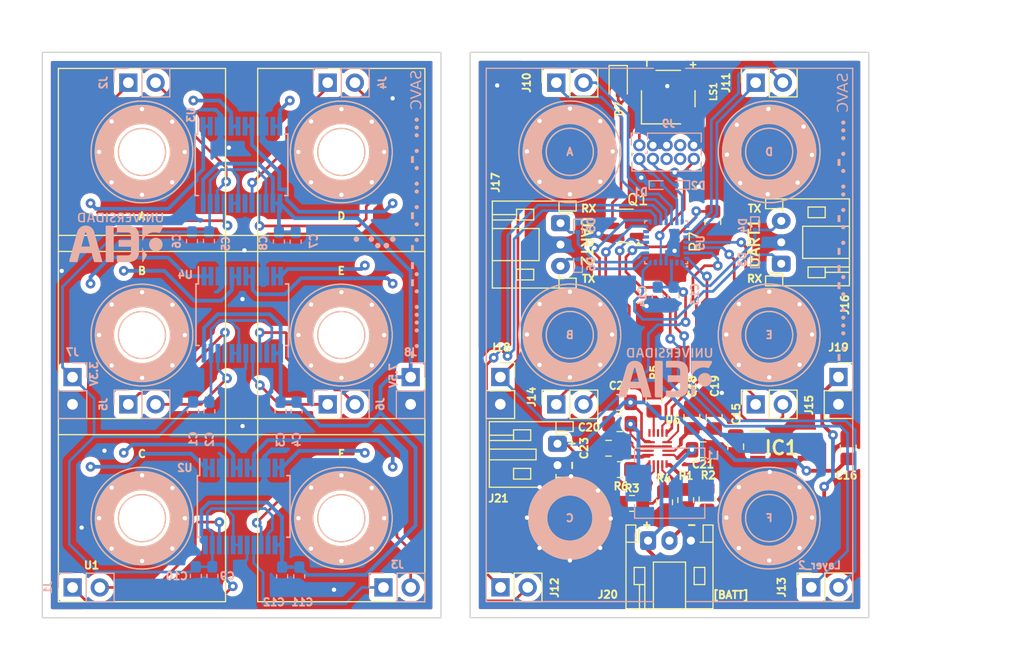
<source format=kicad_pcb>
(kicad_pcb (version 20241229) (generator "pcbnew") (generator_version "9.0")
  (layers (0 "F.Cu" signal) (2 "B.Cu" signal) (13 "F.Paste" user) (15 "B.Paste" user) (5 "F.SilkS" user "F.Silkscreen") (7 "B.SilkS" user "B.Silkscreen") (1 "F.Mask" user) (3 "B.Mask" user) (25 "Edge.Cuts" user))
  (net 0 "")
  (net 1 "+3.3V")
  (net 2 "GND")
  (net 3 "+7.5V")
  (net 4 "Net-(U6-BST)")
  (net 5 "D2")
  (net 6 "D1")
  (net 7 "C1")
  (net 8 "C2")
  (net 11 "B2")
  (net 12 "B1")
  (net 13 "A1")
  (net 14 "A2")
  (net 15 "E1")
  (net 16 "E2")
  (net 17 "/MCU/PA13")
  (net 18 "/MCU/PA14")
  (net 20 "Net-(U6-MID)")
  (net 21 "Net-(U6-NTC)")
  (net 22 "/MCU/NRST")
  (net 23 "Net-(U6-VLIM)")
  (net 24 "F1")
  (net 25 "F2")
  (net 26 "Net-(U6-ISET)")
  (net 27 "Net-(U6-CV)")
  (net 28 "Net-(U1C-C2)")
  (net 29 "Net-(U1F-F1)")
  (net 30 "Net-(U1E-E2)")
  (net 31 "Net-(U1A-A2)")
  (net 32 "Net-(U1C-C1)")
  (net 33 "Net-(U1E-E1)")
  (net 34 "USART1_RX")
  (net 35 "USART1_TX")
  (net 36 "USART2_RX")
  (net 37 "USART2_TX")
  (net 38 "Net-(U1B-B2)")
  (net 39 "I2C1_SDA")
  (net 40 "I2C1_SCL")
  (net 41 "Net-(U1F-F2)")
  (net 42 "Net-(U1A-A1)")
  (net 43 "/Power_suply/Batt2")
  (net 44 "VEE")
  (net 45 "Net-(U1B-B1)")
  (net 46 "Net-(U1D-D2)")
  (net 47 "Net-(U1D-D1)")
  (net 49 "/Power_suply/VCC")
  (net 52 "STAT")
  (net 53 "ACOK")
  (net 54 "Net-(C20-Pad1)")
  (net 55 "Net-(IC1-EN)")
  (net 59 "BUZZER")
  (net 61 "Net-(D7-A)")
  (footprint "Resistor_SMD:R_0805_2012Metric_Pad1.20x1.40mm_HandSolder" (layer "F.Cu") (at 127.255 92.42 -90)
    (property "Reference" "R2")
    (property "Value" "10K")
  )
  (footprint "Connector_PinSocket_2.54mm:PinSocket_1x02_P2.54mm_Vertical" (layer "F.Cu") (at 115.175 53.43 90)
    (property "Reference" "J10")
    (property "Value" "Conn_01x02_Female")
  )
  (footprint "Connector_PinSocket_2.54mm:PinSocket_1x02_P2.54mm_Vertical" (layer "F.Cu") (at 109.95 80.92)
    (property "Reference" "J18")
    (property "Value" "Conn_01x02_Female")
  )
  (footprint "Capacitor_SMD:C_0805_2012Metric_Pad1.18x1.45mm_HandSolder" (layer "F.Cu") (at 131.915 87.42 -90)
    (property "Reference" "C15")
    (property "Value" "1uF")
  )
  (footprint "Capacitor_SMD:C_0805_2012Metric_Pad1.18x1.45mm_HandSolder" (layer "F.Cu") (at 129.905 84.6925 90)
    (property "Reference" "C19")
    (property "Value" "22uF")
  )
  (footprint "Connector_PinSocket_2.54mm:PinSocket_1x02_P2.54mm_Vertical" (layer "F.Cu") (at 109.965 100.56 90)
    (property "Reference" "J12")
    (property "Value" "Conn_01x02_Female")
  )
  (footprint "Capacitor_SMD:C_0805_2012Metric_Pad1.18x1.45mm_HandSolder" (layer "F.Cu") (at 121.0975 85.28 180)
    (property "Reference" "C20")
    (property "Value" "100nF")
  )
  (footprint "Resistor_SMD:R_0805_2012Metric_Pad1.20x1.40mm_HandSolder" (layer "F.Cu") (at 121.105 89.56)
    (property "Reference" "R6")
    (property "Value" "24k")
  )
  (footprint "Package_TO_SOT_SMD:SOT-23-3" (layer "F.Cu") (at 121.5525 66.8 180)
    (property "Reference" "Q1")
    (property "Value" "Q_NMOS_GSD")
  )
  (footprint "Resistor_SMD:R_0805_2012Metric_Pad1.20x1.40mm_HandSolder" (layer "F.Cu") (at 125.28 92.61 90)
    (property "Reference" "R4")
    (property "Value" "10k")
  )
  (footprint "Resistor_SMD:R_0805_2012Metric_Pad1.20x1.40mm_HandSolder" (layer "F.Cu") (at 129.235 92.34 -90)
    (property "Reference" "R1")
    (property "Value" "330R")
  )
  (footprint "Resistor_SMD:R_0805_2012Metric_Pad1.20x1.40mm_HandSolder" (layer "F.Cu") (at 129.78 66.45 -90)
    (property "Reference" "R7")
    (property "Value" "10K")
  )
  (footprint "Capacitor_SMD:C_0805_2012Metric_Pad1.18x1.45mm_HandSolder" (layer "F.Cu") (at 121.0675 83.29 180)
    (property "Reference" "C22")
    (property "Value" "10uF")
  )
  (footprint "Connector_PinSocket_2.54mm:PinSocket_1x02_P2.54mm_Vertical" (layer "F.Cu") (at 133.775 53.43 90)
    (property "Reference" "J11")
    (property "Value" "Conn_01x02_Female")
  )
  (footprint "Resistor_SMD:R_0805_2012Metric_Pad1.20x1.40mm_HandSolder" (layer "F.Cu") (at 122.24 92.72 180)
    (property "Reference" "R3")
    (property "Value" "28.7k")
  )
  (footprint "Connector_PinSocket_2.54mm:PinSocket_1x02_P2.54mm_Vertical" (layer "F.Cu") (at 133.775 83.47 90)
    (property "Reference" "J15")
    (property "Value" "Conn_01x02_Female")
  )
  (footprint "Connector_JST:JST_PH_S2B-PH-K_1x02_P2.00mm_Horizontal" (layer "F.Cu") (at 115.285 87.15 -90)
    (property "Reference" "J21")
    (property "Value" "Conn_01x02_Male")
  )
  (footprint "Connector_JST:JST_PH_S3B-PH-K_1x03_P2.00mm_Horizontal" (layer "F.Cu") (at 123.735 96.2)
    (property "Reference" "J20")
    (property "Value" "Conn_01x03_Male")
  )
  (footprint "Diode_SMD:D_SOD-323" (layer "F.Cu") (at 120.95 53.44 -90)
    (property "Reference" "D7")
    (property "Value" "D")
  )
  (footprint "Capacitor_SMD:C_0805_2012Metric_Pad1.18x1.45mm_HandSolder" (layer "F.Cu") (at 142.415 87.53 90)
    (property "Reference" "C16")
    (property "Value" "10uF")
  )
  (footprint "CMT-0525-75-SMT-TR:XDCR_CMT-0525-75-SMT-TR" (layer "F.Cu") (at 125.62 54.78 -90)
    (property "Reference" "LS1")
    (property "Value" "CMT-0525-75-SMT-TR")
  )
  (footprint "Capacitor_SMD:C_0805_2012Metric_Pad1.18x1.45mm_HandSolder" (layer "F.Cu") (at 128.8775 87.71)
    (property "Reference" "C21")
    (property "Value" "22uF")
  )
  (footprint "Connector_PinSocket_2.54mm:PinSocket_1x02_P2.54mm_Vertical" (layer "F.Cu") (at 115.175 83.47 90)
    (property "Reference" "J14")
    (property "Value" "Conn_01x02_Female")
  )
  (footprint "Resistor_SMD:R_0805_2012Metric_Pad1.20x1.40mm_HandSolder" (layer "F.Cu") (at 124.285 83.11 -90)
    (property "Reference" "R5")
    (property "Value" "30k")
  )
  (footprint "KiCad:SOP65P490X110-9N" (layer "F.Cu") (at 136.19 87.53)
    (property "Reference" "IC1")
    (property "Value" "AP7583AQ-33MP-13" (hide yes))
  )
  (footprint "Connector_PinSocket_2.54mm:PinSocket_1x02_P2.54mm_Vertical" (layer "F.Cu") (at 141.505 80.92)
    (property "Reference" "J19")
    (property "Value" "Conn_01x02_Female")
  )
  (footprint "imports:QFN-18_2MMx3MM_MP2672_MNP_MPS" (layer "F.Cu") (at 124.664999 87.599999)
    (property "Reference" "U6")
    (property "Value" "MP2672GD-0000-P")
  )
  (footprint "Tesis:Electromagnets" (layer "F.Cu") (at 85.81 77)
    (property "Reference" "U1")
    (property "Value" "Electromagnets")
    (fp_rect (start 18.6 26.4) (end -18.6 -26.4) (stroke (width 0.12)) (fill no) (layer "Edge.Cuts"))
  )
  (footprint "Capacitor_SMD:C_0805_2012Metric_Pad1.18x1.45mm_HandSolder" (layer "F.Cu") (at 120.0475 87.57 180)
    (property "Reference" "C23")
    (property "Value" "1uF")
  )
  (footprint "Connector_JST:JST_PH_S3B-PH-K_1x03_P2.00mm_Horizontal" (layer "F.Cu") (at 136.165 70.34 90)
    (property "Reference" "J16")
    (property "Value" "Conn_01x03_Male")
  )
  (footprint "Capacitor_SMD:C_0805_2012Metric_Pad1.18x1.45mm_HandSolder" (layer "F.Cu") (at 127.825 84.6825 90)
    (property "Reference" "C18")
    (property "Value" "22uF")
  )
  (footprint "Connector_PinSocket_2.54mm:PinSocket_1x02_P2.54mm_Vertical" (layer "F.Cu") (at 138.965 100.555 90)
    (property "Reference" "J13")
    (property "Value" "Conn_01x02_Female")
  )
  (footprint "Connector_JST:JST_PH_S3B-PH-K_1x03_P2.00mm_Horizontal" (layer "F.Cu") (at 115.565 66.55 -90)
    (property "Reference" "J17")
    (property "Value" "Conn_01x03_Male")
  )
  (footprint "Connector_PinHeader_2.54mm:PinHeader_1x02_P2.54mm_Vertical" (layer "B.Cu") (at 99.045 100.57 -90)
    (property "Reference" "J3")
    (property "Value" "Conn_01x02_Male")
  )
  (footprint "Capacitor_SMD:C_0603_1608Metric_Pad1.08x0.95mm_HandSolder" (layer "B.Cu") (at 83.08 99.5 -90)
    (property "Reference" "C9")
    (property "Value" "10uF")
  )
  (footprint "Connector_PinHeader_2.54mm:PinHeader_1x02_P2.54mm_Vertical" (layer "B.Cu") (at 70.03 80.93 180)
    (property "Reference" "J7")
    (property "Value" "Conn_01x02_Male")
  )
  (footprint "Capacitor_SMD:C_0603_1608Metric_Pad1.08x0.95mm_HandSolder" (layer "B.Cu") (at 91.19 99.53 -90)
    (property "Reference" "C11")
    (property "Value" "100nF")
  )
  (footprint "Diode_SMD:D_SOD-923" (layer "B.Cu") (at 133.705 66.76 -90)
    (property "Reference" "D4")
    (property "Value" "ESD9B3.3ST5G")
  )
  (footprint "Connector_PinHeader_2.54mm:PinHeader_1x02_P2.54mm_Vertical" (layer "B.Cu") (at 93.84 53.43 -90)
    (property "Reference" "J4")
    (property "Value" "Conn_01x02_Male")
  )
  (footprint "Diode_SMD:D_SOD-923" (layer "B.Cu") (at 117.205 70.34 90)
    (property "Reference" "D6")
    (property "Value" "ESD9B3.3ST5G")
  )
  (footprint "Package_SO:SSOP-24_5.3x8.2mm_P0.65mm" (layer "B.Cu") (at 85.875 75.1 -90)
    (property "Reference" "U4")
    (property "Value" "TB6612FNG")
  )
  (footprint "Connector_PinHeader_2.54mm:PinHeader_1x02_P2.54mm_Vertical" (layer "B.Cu") (at 70.035 100.57 -90)
    (property "Reference" "J1")
    (property "Value" "Conn_01x02_Male")
  )
  (footprint "Tesis:EIA-Braille" (layer "B.Cu") (at 98.32 68.64 180)
    (property "Reference" "REF**" (hide yes))
    (property "Value" "EIA-Braille" (hide yes))
  )
  (footprint "Capacitor_SMD:C_0603_1608Metric_Pad1.08x0.95mm_HandSolder" (layer "B.Cu") (at 89.44 84.1305 -90)
    (property "Reference" "C3")
    (property "Value" "100nF")
  )
  (footprint "Diode_SMD:D_SOD-923" (layer "B.Cu") (at 133.705 69.91 90)
    (property "Reference" "D3")
    (property "Value" "ESD9B3.3ST5G")
  )
  (footprint "Capacitor_SMD:C_0603_1608Metric_Pad1.08x0.95mm_HandSolder" (layer "B.Cu") (at 124.635 73.3825 -90)
    (property "Reference" "C14")
    (property "Value" "100nF")
  )
  (footprint "Package_SO:SSOP-24_5.3x8.2mm_P0.65mm" (layer "B.Cu") (at 86 93 -90)
    (property "Reference" "U2")
    (property "Value" "TB6612FNG")
  )
  (footprint "Capacitor_SMD:C_0603_1608Metric_Pad1.08x0.95mm_HandSolder" (layer "B.Cu") (at 82.76 68.22 -90)
    (property "Reference" "C5")
    (property "Value" "10uF")
  )
  (footprint "Connector_PinHeader_2.54mm:PinHeader_1x02_P2.54mm_Vertical" (layer "B.Cu") (at 93.84 83.47 -90)
    (property "Reference" "J6")
    (property "Value" "Conn_01x02_Male")
  )
  (footprint "Tesis:LOGO-EIA" (layer "B.Cu") (at 74.14 67.91 180)
    (property "Reference" "G***" (hide yes))
    (property "Value" "LOGO" (hide yes))
  )
  (footprint "imports:QFN50P400X400X60-28N" (layer "B.Cu") (at 125.425 68.34 90)
    (property "Reference" "U5")
    (property "Value" "STM32C031Gx")
  )
  (footprint "Capacitor_SMD:C_0603_1608Metric_Pad1.08x0.95mm_HandSolder" (layer "B.Cu") (at 81.18 68.2325 -90)
    (property "Reference" "C6")
    (property "Value" "100nF")
  )
  (footprint "Diode_SMD:D_SOD-923" (layer "B.Cu") (at 117.205 66.99 -90)
    (property "Reference" "D5")
    (property "Value" "ESD9B3.3ST5G")
  )
  (footprint "Capacitor_SMD:C_0603_1608Metric_Pad1.08x0.95mm_HandSolder" (layer "B.Cu") (at 82.8 84.1225 -90)
    (property "Reference" "C2")
    (property "Value" "100nF")
  )
  (footprint "Capacitor_SMD:C_0603_1608Metric_Pad1.08x0.95mm_HandSolder" (layer "B.Cu") (at 89.59 99.5275 -90)
    (property "Reference" "C12")
    (property "Value" "10uF")
  )
  (footprint "Capacitor_SMD:C_0603_1608Metric_Pad1.08x0.95mm_HandSolder" (layer "B.Cu") (at 89.29 68.2625 -90)
    (property "Reference" "C8")
    (property "Value" "10uF")
  )
  (footprint "Package_SO:SSOP-24_5.3x8.2mm_P0.65mm" (layer "B.Cu") (at 85.8 61.1 -90)
    (property "Reference" "U3")
    (property "Value" "TB6612FNG")
  )
  (footprint "Inductor_SMD:L_Vishay_IHLP-2525" (layer "B.Cu") (at 125.755 90.83 180)
    (property "Reference" "L1")
    (property "Value" "1.5uH")
  )
  (footprint "Capacitor_SMD:C_0603_1608Metric_Pad1.08x0.95mm_HandSolder" (layer "B.Cu") (at 81.284 84.103 -90)
    (property "Reference" "C1")
    (property "Value" "10uF")
  )
  (footprint "Capacitor_SMD:C_0603_1608Metric_Pad1.08x0.95mm_HandSolder" (layer "B.Cu") (at 90.85 68.275 -90)
    (property "Reference" "C7")
    (property "Value" "100nF")
  )
  (footprint "Connector_PinHeader_2.54mm:PinHeader_1x02_P2.54mm_Vertical" (layer "B.Cu") (at 75.24 53.43 -90)
    (property "Reference" "J2")
    (property "Value" "Conn_01x02_Male")
  )
  (footprint "Tesis:Electromagnets_Layer_2" (layer "B.Cu") (at 125.735 76.99 180)
    (property "Reference" "Layer_2")
    (property "Value" "Electromagnets_Layer_2")
    (fp_rect (start 18.6 -26.4) (end -18.6 26.4) (stroke (width 0.12)) (fill no) (layer "Edge.Cuts"))
  )
  (footprint "Capacitor_SMD:C_0603_1608Metric_Pad1.08x0.95mm_HandSolder" (layer "B.Cu") (at 90.936 84.123 -90)
    (property "Reference" "C4")
    (property "Value" "10uF")
  )
  (footprint "Diode_SMD:D_SOD-923" (layer "B.Cu") (at 126.8125 62.98 180)
    (property "Reference" "D2")
    (property "Value" "ESD9B3.3ST5G")
  )
  (footprint "Diode_SMD:D_SOD-923" (layer "B.Cu") (at 124.635 62.99)
    (property "Reference" "D1")
    (property "Value" "ESD9B3.3ST5G")
  )
  (footprint "Capacitor_SMD:C_0603_1608Metric_Pad1.08x0.95mm_HandSolder" (layer "B.Cu") (at 81.538 99.5025 -90)
    (property "Reference" "C10")
    (property "Value" "100nF")
  )
  (footprint "Connector_PinHeader_2.54mm:PinHeader_1x02_P2.54mm_Vertical" (layer "B.Cu") (at 75.24 83.47 -90)
    (property "Reference" "J5")
    (property "Value" "Conn_01x02_Male")
  )
  (footprint "Connector_PinHeader_1.27mm:PinHeader_2x05_P1.27mm_Vertical" (layer "B.Cu") (at 122.925 59.275 -90)
    (property "Reference" "J9")
    (property "Value" "Conn_ARM_JTAG_SWD_10")
  )
  (footprint "Connector_PinHeader_2.54mm:PinHeader_1x02_P2.54mm_Vertical" (layer "B.Cu") (at 101.58 80.93 180)
    (property "Reference" "J8")
    (property "Value" "Conn_01x02_Male")
  )
  (footprint "Capacitor_SMD:C_0603_1608Metric_Pad1.08x0.95mm_HandSolder" (layer "B.Cu") (at 126.115 73.3825 -90)
    (property "Reference" "C13")
    (property "Value" "4.7uF")
  )
  (footprint "Tesis:LOGO-EIA" (layer "B.Cu") (at 125.375 80.54 180)
    (property "Reference" "G***" (hide yes))
    (property "Value" "LOGO" (hide yes))
  )
  (gr_text "TX" (at 133.67 65.19 0) (layer "F.SilkS") (effects (font (size 0.7 0.7) (thickness 0.175))))
  (gr_text "+" (at 116.67 87.13 270) (layer "F.SilkS") (effects (font (size 0.7 0.7) (thickness 0.175))))
  (gr_text "-\n" (at 116.7 89.17 270) (layer "F.SilkS") (effects (font (size 0.7 0.7) (thickness 0.175))))
  (gr_text "UART1" (at 133.645 68.42 90) (layer "F.SilkS") (effects (font (size 1 1) (thickness 0.2))))
  (gr_text "RX" (at 133.67 71.74 0) (layer "F.SilkS") (effects (font (size 0.7 0.7) (thickness 0.175))))
  (gr_text "RX" (at 118.19 65.19 0) (layer "F.SilkS") (effects (font (size 0.7 0.7) (thickness 0.175))))
  (gr_text "[BATT]" (at 131.46 101.26 0) (layer "F.SilkS") (effects (font (size 0.7 0.7) (thickness 0.175))))
  (gr_text "UART2" (at 118.005 68.25 270) (layer "F.SilkS") (effects (font (size 1 1) (thickness 0.2))))
  (gr_text "+" (at 123.62 94.7 0) (layer "F.SilkS") (effects (font (size 0.7 0.7) (thickness 0.175))))
  (gr_text "-\n" (at 127.81 94.7 0) (layer "F.SilkS") (effects (font (size 0.7 0.7) (thickness 0.175))))
  (gr_text "TX" (at 118.19 71.74 0) (layer "F.SilkS") (effects (font (size 0.7 0.7) (thickness 0.175))))
  (gr_text "... .-. .. .-. .- -.-. .... .- " (at 142.375 56.79 90) (layer "B.SilkS") (effects (font (size 1.5 1.5) (thickness 0.17) (bold yes)) (justify left bottom mirror)))
  (gr_text "SAVC" (at 142.545 52.5 90) (layer "B.SilkS") (effects (font (size 1 1) (thickness 0.125)) (justify left bottom mirror)))
  (gr_text "7.5V" (at 99.97 80.78 90) (layer "B.SilkS") (effects (font (size 0.7 0.7) (thickness 0.17) (bold yes)) (justify mirror)))
  (gr_text "SAVC" (at 102.74 52.25 90) (layer "B.SilkS") (effects (font (size 1 1) (thickness 0.125)) (justify left bottom mirror)))
  (gr_text "3.3V" (at 72.03 80.62 90) (layer "B.SilkS") (effects (font (size 0.7 0.7) (thickness 0.17) (bold yes)) (justify mirror)))
  (gr_text "... .-. .. .-. .- -.-. .... .- " (at 102.57 56.52 90) (layer "B.SilkS") (effects (font (size 1.5 1.5) (thickness 0.17) (bold yes)) (justify left bottom mirror)))
  (segment (start 109.95 80.92) (end 111.595 79.275) (width 0.25) (layer "F.Cu") (net 1))
  (segment (start 126.61 51.92) (end 127.87 53.18) (width 0.25) (layer "F.Cu") (net 1))
  (segment (start 120.95 51.93) (end 120.94 51.92) (width 0.25) (layer "F.Cu") (net 1))
  (segment (start 139.5415 86.555) (end 138.402 86.555) (width 0.35) (layer "F.Cu") (net 1))
  (segment (start 122.925 58.125) (end 127.87 53.18) (width 0.25) (layer "F.Cu") (net 1))
  (segment (start 127.235 73.19) (end 127.235 75.78) (width 0.25) (layer "F.Cu") (net 1))
  (segment (start 127.235 75.78) (end 127.243008 75.788008) (width 0.25) (layer "F.Cu") (net 1))
  (segment (start 122.925 59.275) (end 122.925 58.125) (width 0.25) (layer "F.Cu") (net 1))
  (segment (start 138.517687 89.672631) (end 140.18 89.672631) (width 0.35) (layer "F.Cu") (net 1))
  (segment (start 140.18 89.672631) (end 141.309869 89.672631) (width 0.35) (layer "F.Cu") (net 1))
  (segment (start 140.18 89.672631) (end 140.18 87.1935) (width 0.35) (layer "F.Cu") (net 1))
  (segment (start 120.95 52.39) (end 120.95 51.93) (width 0.25) (layer "F.Cu") (net 1))
  (segment (start 140.18 87.1935) (end 139.5415 86.555) (width 0.35) (layer "F.Cu") (net 1))
  (segment (start 112.555 51.92) (end 120.94 51.92) (width 0.25) (layer "F.Cu") (net 1))
  (segment (start 141.309869 89.672631) (end 142.415 88.5675) (width 0.35) (layer "F.Cu") (net 1))
  (segment (start 111.595 79.275) (end 111.595 52.88) (width 0.25) (layer "F.Cu") (net 1))
  (segment (start 142.405 88.5775) (end 142.415 88.5675) (width 0.25) (layer "F.Cu") (net 1))
  (segment (start 120.94 51.92) (end 126.61 51.92) (width 0.25) (layer "F.Cu") (net 1))
  (segment (start 111.595 52.88) (end 112.555 51.92) (width 0.25) (layer "F.Cu") (net 1))
  (segment (start 127.025 72.98) (end 127.235 73.19) (width 0.25) (layer "F.Cu") (net 1))
  (via (at 127.025 72.98) (size 0.9) (drill 0.4) (layers "F.Cu" "B.Cu") (net 1))
  (via (at 138.517687 89.672631) (size 0.9) (drill 0.4) (layers "F.Cu" "B.Cu") (net 1))
  (via (at 127.243008 75.788008) (size 0.9) (drill 0.4) (layers "F.Cu" "B.Cu") (net 1))
  (segment (start 85.55 76.469009) (end 85.55 78.7) (width 0.25) (layer "B.Cu") (net 1))
  (segment (start 69.73 88.79) (end 72.04 86.48) (width 0.25) (layer "B.Cu") (net 1))
  (segment (start 82.95 83.11) (end 82.95 78.7) (width 0.25) (layer "B.Cu") (net 1))
  (segment (start 126.653082 76.041918) (end 124.619292 76.041918) (width 0.25) (layer "B.Cu") (net 1))
  (segment (start 82.603388 95.003388) (end 82.603388 93.586612) (width 0.25) (layer "B.Cu") (net 1))
  (segment (start 123.765 80.23) (end 122.8 81.195) (width 0.25) (layer "B.Cu") (net 1))
  (segment (start 84.715991 75.635) (end 85.55 76.469009) (width 0.25) (layer "B.Cu") (net 1))
  (segment (start 85.495 62.209009) (end 84.835991 61.55) (width 0.25) (layer "B.Cu") (net 1))
  (segment (start 83.904009 61.55) (end 87.170991 61.55) (width 0.25) (layer "B.Cu") (net 1))
  (segment (start 85.475 64.7) (end 84.825 64.7) (width 0.25) (layer "B.Cu") (net 1))
  (segment (start 69.1 72.45) (end 69.1 80) (width 0.25) (layer "B.Cu") (net 1))
  (segment (start 81.18 67.37) (end 82.7475 67.37) (width 0.25) (layer "B.Cu") (net 1))
  (segment (start 82.825 67.2925) (end 82.825 65.6) (width 0.25) (layer "B.Cu") (net 1))
  (segment (start 69.1 80) (end 70.03 80.93) (width 0.25) (layer "B.Cu") (net 1))
  (segment (start 83.075 95.475) (end 82.603388 95.003388) (width 0.25) (layer "B.Cu") (net 1))
  (segment (start 118.775 84.95) (end 113.98 84.95) (width 0.25) (layer "B.Cu") (net 1))
  (segment (start 82.95 76.469009) (end 83.784009 75.635) (width 0.25) (layer "B.Cu") (net 1))
  (segment (start 81.538 98.64) (end 81.048 99.13) (width 0.25) (layer "B.Cu") (net 1))
  (segment (start 74.220991 67.37) (end 69.140991 72.45) (width 0.25) (layer "B.Cu") (net 1))
  (segment (start 81.18 67.37) (end 74.220991 67.37) (width 0.25) (layer "B.Cu") (net 1))
  (segment (start 84.715991 75.635) (end 87.955991 75.635) (width 0.25) (layer "B.Cu") (net 1))
  (segment (start 81.284 83.2405) (end 82.7805 83.2405) (width 0.25) (layer "B.Cu") (net 1))
  (segment (start 85.55 78.7) (end 84.9 78.7) (width 0.25) (layer "B.Cu") (net 1))
  (segment (start 88.68 93.87) (end 88.68 95.15) (width 0.25) (layer "B.Cu") (net 1))
  (segment (start 126.565 72.52) (end 126.115 72.52) (width 0.25) (layer "B.Cu") (net 1))
  (segment (start 69.140991 72.45) (end 69.1 72.45) (width 0.25) (layer "B.Cu") (net 1))
  (segment (start 87.170991 61.55) (end 88.075 62.454009) (width 0.25) (layer "B.Cu") (net 1))
  (segment (start 83.0775 98.64) (end 83.08 98.6375) (width 0.25) (layer "B.Cu") (net 1))
  (segment (start 84.34 93.2) (end 85.025 93.885) (width 0.25) (layer "B.Cu") (net 1))
  (segment (start 72.04 86.48) (end 78.0445 86.48) (width 0.25) (layer "B.Cu") (net 1))
  (segment (start 88.01 93.2) (end 88.68 93.87) (width 0.25) (layer "B.Cu") (net 1))
  (segment (start 123.765 76.89621) (end 123.765 80.23) (width 0.25) (layer "B.Cu") (net 1))
  (segment (start 137.525056 88.68) (end 131.865 88.68) (width 0.35) (layer "B.Cu") (net 1))
  (segment (start 127.243008 75.788008) (end 126.906992 75.788008) (width 0.25) (layer "B.Cu") (net 1))
  (segment (start 127.025 72.98) (end 126.565 72.52) (width 0.25) (layer "B.Cu") (net 1))
  (segment (start 84.34 93.2) (end 88.01 93.2) (width 0.25) (layer "B.Cu") (net 1))
  (segment (start 124.38 81.195) (end 122.8 81.195) (width 0.35) (layer "B.Cu") (net 1))
  (segment (start 84.835991 61.55) (end 84.62 61.55) (width 0.25) (layer "B.Cu") (net 1))
  (segment (start 85.495 64.68) (end 85.495 62.209009) (width 0.25) (layer "B.Cu") (net 1))
  (segment (start 125.925 70.215) (end 125.925 72.33) (width 0.25) (layer "B.Cu") (net 1))
  (segment (start 83.784009 75.635) (end 84.715991 75.635) (width 0.25) (layer "B.Cu") (net 1))
  (segment (start 70.03 80.93) (end 72.04 82.94) (width 0.25) (layer "B.Cu") (net 1))
  (segment (start 88.625 77.235991) (end 88.625 76.304009) (width 0.25) (layer "B.Cu") (net 1))
  (segment (start 69.73 96.53) (end 69.73 88.79) (width 0.25) (layer "B.Cu") (net 1))
  (segment (start 138.517687 89.672631) (end 137.525056 88.68) (width 0.35) (layer "B.Cu") (net 1))
  (segment (start 125.925 72.33) (end 126.115 72.52) (width 0.25) (layer "B.Cu") (net 1))
  (segment (start 122.8 81.195) (end 122.53 81.195) (width 0.25) (layer "B.Cu") (net 1))
  (segment (start 83.08 98.6375) (end 83.08 96.605) (width 0.25) (layer "B.Cu") (net 1))
  (segment (start 88.275 95.555) (end 88.275 96.6) (width 0.25) (layer "B.Cu") (net 1))
  (segment (start 81.048 99.13) (end 72.33 99.13) (width 0.25) (layer "B.Cu") (net 1))
  (segment (start 82.76 67.3575) (end 82.825 67.2925) (width 0.25) (layer "B.Cu") (net 1))
  (segment (start 88.625 77.235991) (end 88.15 77.710991) (width 0.25) (layer "B.Cu") (net 1))
  (segment (start 126.115 72.52) (end 124.635 72.52) (width 0.25) (layer "B.Cu") (net 1))
  (segment (start 72.04 82.94) (end 72.04 86.48) (width 0.25) (layer "B.Cu") (net 1))
  (segment (start 122.53 81.195) (end 118.775 84.95) (width 0.25) (layer "B.Cu") (net 1))
  (segment (start 126.906992 75.788008) (end 126.653082 76.041918) (width 0.25) (layer "B.Cu") (net 1))
  (segment (start 113.98 84.95) (end 109.95 80.92) (width 0.25) (layer "B.Cu") (net 1))
  (segment (start 85.025 93.885) (end 85.025 96.6) (width 0.25) (layer "B.Cu") (net 1))
  (segment (start 82.603388 93.586612) (end 82.99 93.2) (width 0.25) (layer "B.Cu") (net 1))
  (segment (start 131.865 88.68) (end 124.38 81.195) (width 0.35) (layer "B.Cu") (net 1))
  (segment (start 81.538 98.64) (end 83.0775 98.64) (width 0.25) (layer "B.Cu") (net 1))
  (segment (start 82.95 78.7) (end 82.95 76.469009) (width 0.25) (layer "B.Cu") (net 1))
  (segment (start 82.7475 67.37) (end 82.76 67.3575) (width 0.25) (layer "B.Cu") (net 1))
  (segment (start 78.0445 86.48) (end 81.284 83.2405) (width 0.25) (layer "B.Cu") (net 1))
  (segment (start 85.475 64.7) (end 85.495 64.68) (width 0.25) (layer "B.Cu") (net 1))
  (segment (start 82.8 83.26) (end 82.95 83.11) (width 0.25) (layer "B.Cu") (net 1))
  (segment (start 88.075 62.454009) (end 88.075 64.7) (width 0.25) (layer "B.Cu") (net 1))
  (segment (start 82.875 62.579009) (end 83.904009 61.55) (width 0.25) (layer "B.Cu") (net 1))
  (segment (start 83.08 96.605) (end 83.075 96.6) (width 0.25) (layer "B.Cu") (net 1))
  (segment (start 124.619292 76.041918) (end 123.765 76.89621) (width 0.25) (layer "B.Cu") (net 1))
  (segment (start 72.33 99.13) (end 69.73 96.53) (width 0.25) (layer "B.Cu") (net 1))
  (segment (start 88.68 95.15) (end 88.275 95.555) (width 0.25) (layer "B.Cu") (net 1))
  (segment (start 83.075 96.6) (end 83.075 95.475) (width 0.25) (layer "B.Cu") (net 1))
  (segment (start 87.955991 75.635) (end 88.625 76.304009) (width 0.25) (layer "B.Cu") (net 1))
  (segment (start 82.99 93.2) (end 84.34 93.2) (width 0.25) (layer "B.Cu") (net 1))
  (segment (start 85.675 96.6) (end 85.025 96.6) (width 0.25) (layer "B.Cu") (net 1))
  (segment (start 82.875 64.7) (end 82.875 62.579009) (width 0.25) (layer "B.Cu") (net 1))
  (segment (start 82.7805 83.2405) (end 82.8 83.26) (width 0.25) (layer "B.Cu") (net 1))
  (segment (start 88.15 77.710991) (end 88.15 78.7) (width 0.25) (layer "B.Cu") (net 1))
  (segment (start 126.54 84.93) (end 127.825 83.645) (width 0.18) (layer "F.Cu") (net 2))
  (segment (start 121.565 91.02) (end 120.105 89.56) (width 0.18) (layer "F.Cu") (net 2))
  (segment (start 124.265 89.735) (end 122.98 91.02) (width 0.18) (layer "F.Cu") (net 2))
  (segment (start 125.515 87) (end 126.54 85.975) (width 0.18) (layer "F.Cu") (net 2))
  (segment (start 124.265 89.249999) (end 124.265 89.735) (width 0.18) (layer "F.Cu") (net 2))
  (segment (start 122.98 91.02) (end 121.565 91.02) (width 0.18) (layer "F.Cu") (net 2))
  (segment (start 126.54 85.975) (end 126.54 84.93) (width 0.18) (layer "F.Cu") (net 2))
  (via (at 123.1 62.3) (size 0.9) (drill 0.4) (layers "F.Cu" "B.Cu") (net 2))
  (via (at 119.12 67.52) (size 0.9) (drill 0.4) (layers "F.Cu" "B.Cu") (net 2))
  (via (at 80.5 59.9) (size 0.9) (drill 0.4) (layers "F.Cu" "B.Cu") (net 2))
  (via (at 112.435 94.05) (size 0.9) (drill 0.4) (layers "F.Cu" "B.Cu") (net 2))
  (via (at 119.273 79.778) (size 0.9) (drill 0.4) (layers "F.Cu" "B.Cu") (net 2))
  (via (at 72.51 77) (size 0.9) (drill 0.4) (layers "F.Cu" "B.Cu") (net 2))
  (via (at 137.873 91.222) (size 0.9) (drill 0.4) (layers "F.Cu" "B.Cu") (net 2))
  (via (at 79.348 96.928) (size 0.9) (drill 0.4) (layers "F.Cu" "B.Cu") (net 2))
  (via (at 80.51 77) (size 0.9) (drill 0.4) (layers "F.Cu" "B.Cu") (net 2))
  (via (at 137.873 74.122) (size 0.9) (drill 0.4) (layers "F.Cu" "B.Cu") (net 2))
  (via (at 76.52 98.1) (size 0.9) (drill 0.4) (layers "F.Cu" "B.Cu") (net 2))
  (via (at 123.595 74.29) (size 0.9) (drill 0.4) (layers "F.Cu" "B.Cu") (net 2))
  (via (at 73.01 87.8) (size 0.9) (drill 0.4) (layers "F.Cu" "B.Cu") (net 2))
  (via (at 126.21 69.13) (size 0.9) (drill 0.4) (layers "F.Cu" "B.Cu") (net 2))
  (via (at 97.948 91.272) (size 0.9) (drill 0.4) (layers "F.Cu" "B.Cu") (net 2))
  (via (at 69.02 71.01) (size 0.9) (drill 0.4) (layers "F.Cu" "B.Cu") (net 2))
  (via (at 116.445 55.85) (size 0.9) (drill 0.4) (layers "F.Cu" "B.Cu") (net 2))
  (via (at 86.07 69.09) (size 0.9) (drill 0.4) (layers "F.Cu" "B.Cu") (net 2))
  (via (at 112.435 59.85) (size 0.9) (drill 0.4) (layers "F.Cu" "B.Cu") (net 2))
  (via (at 120.385 76.95) (size 0.9) (drill 0.4) (layers "F.Cu" "B.Cu") (net 2))
  (via (at 79.338 57.072) (size 0.9) (drill 0.4) (layers "F.Cu" "B.Cu") (net 2))
  (via (at 119.273 62.678) (size 0.9) (drill 0.4) (layers "F.Cu" "B.Cu") (net 2))
  (via (at 116.445 72.95) (size 0.9) (drill 0.4) (layers "F.Cu" "B.Cu") (net 2))
  (via (at 85.89 73.64) (size 0.9) (drill 0.4) (layers "F.Cu" "B.Cu") (net 2))
  (via (at 73.68 57.05) (size 0.9) (drill 0.4) (layers "F.Cu" "B.Cu") (net 2))
  (via (at 91.11 59.9) (size 0.9) (drill 0.4) (layers "F.Cu" "B.Cu") (net 2))
  (via (at 76.52 81) (size 0.9) (drill 0.4) (layers "F.Cu" "B.Cu") (net 2))
  (via (at 79.338 62.728) (size 0.9) (drill 0.4) (layers "F.Cu" "B.Cu") (net 2))
  (via (at 72.51 94.1) (size 0.9) (drill 0.4) (layers "F.Cu" "B.Cu") (net 2))
  (via (at 99.11 94.1) (size 0.9) (drill 0.4) (layers "F.Cu" "B.Cu") (net 2))
  (via (at 76.51 63.9) (size 0.9) (drill 0.4) (layers "F.Cu" "B.Cu") (net 2))
  (via (at 131.035 76.95) (size 0.9) (drill 0.4) (layers "F.Cu" "B.Cu") (net 2))
  (via (at 116.545 90.19) (size 0.9) (drill 0.4) (layers "F.Cu" "B.Cu") (net 2))
  (via (at 135.045 98.05) (size 0.9) (drill 0.4) (layers "F.Cu" "B.Cu") (net 2))
  (via (at 131.035 94.05) (size 0.9) (drill 0.4) (layers "F.Cu" "B.Cu") (net 2))
  (via (at 95.12 73) (size 0.9) (drill 0.4) (layers "F.Cu" "B.Cu") (net 2))
  (via (at 72.5 59.9) (size 0.9) (drill 0.4) (layers "F.Cu" "B.Cu") (net 2))
  (via (at 73.69 74.15) (size 0.9) (drill 0.4) (layers "F.Cu" "B.Cu") (net 2))
  (via (at 73.67 62.74) (size 0.9) (drill 0.4) (layers "F.Cu" "B.Cu") (net 2))
  (via (at 134.905 63.85) (size 0.9) (drill 0.4) (layers "F.Cu" "B.Cu") (net 2))
  (via (at 95.12 55.9) (size 0.9) (drill 0.4) (layers "F.Cu" "B.Cu") (net 2))
  (via (at 138.245 57.53) (size 0.9) (drill 0.4) (layers "F.Cu" "B.Cu") (net 2))
  (via (at 113.615 91.2) (size 0.9) (drill 0.4) (layers "F.Cu" "B.Cu") (net 2))
  (via (at 99.11 77) (size 0.9) (drill 0.4) (layers "F.Cu" "B.Cu") (net 2))
  (via (at 94.43 100.78) (size 0.9) (drill 0.4) (layers "F.Cu" "B.Cu") (net 2))
  (via (at 99.9 54.89) (size 0.9) (drill 0.4) (layers "F.Cu" "B.Cu") (net 2))
  (via (at 137.873 79.778) (size 0.9) (drill 0.4) (layers "F.Cu" "B.Cu") (net 2))
  (via (at 139.025 60.18) (size 0.9) (drill 0.4) (layers "F.Cu" "B.Cu") (net 2))
  (via (at 73.68 79.84) (size 0.9) (drill 0.4) (layers "F.Cu" "B.Cu") (net 2))
  (via (at 92.29 57.05) (size 0.9) (drill 0.4) (layers "F.Cu" "B.Cu") (net 2))
  (via (at 119.273 96.878) (size 0.9) (drill 0.4) (layers "F.Cu" "B.Cu") (net 2))
  (via (at 137.695 62.77) (size 0.9) (drill 0.4) (layers "F.Cu" "B.Cu") (net 2))
  (via (at 95.12 90.1) (size 0.9) (drill 0.4) (layers "F.Cu" "B.Cu") (net 2))
  (via (at 132.205 96.89) (size 0.9) (drill 0.4) (layers "F.Cu" "B.Cu") (net 2))
  (via (at 134.965 55.89) (size 0.9) (drill 0.4) (layers "F.Cu" "B.Cu") (net 2))
  (via (at 128.45 63.15) (size 0.8) (drill 0.4) (layers "F.Cu" "B.Cu") (net 2))
  (via (at 92.28 62.74) (size 0.9) (drill 0.4) (layers "F.Cu" "B.Cu") (net 2))
  (via (at 84.62 59.5) (size 0.9) (drill 0.4) (layers "F.Cu" "B.Cu") (net 2))
  (via (at 132.015 57.37) (size 0.9) (drill 0.4) (layers "F.Cu" "B.Cu") (net 2))
  (via (at 119.273 57.022) (size 0.9) (drill 0.4) (layers "F.Cu" "B.Cu") (net 2))
  (via (at 135.095 89.78) (size 0.9) (drill 0.4) (layers "F.Cu" "B.Cu") (net 2))
  (via (at 113.605 79.79) (size 0.9) (drill 0.4) (layers "F.Cu" "B.Cu") (net 2))
  (via (at 76.51 55.9) (size 0.9) (drill 0.4) (layers "F.Cu" "B.Cu") (net 2))
  (via (at 113.615 74.1) (size 0.9) (drill 0.4) (layers "F.Cu" "B.Cu") (net 2))
  (via (at 97.948 62.728) (size 0.9) (drill 0.4) (layers "F.Cu" "B.Cu") (net 2))
  (via (at 116.445 63.85) (size 0.9) (drill 0.4) (layers "F.Cu" "B.Cu") (net 2))
  (via (at 80.51 94.1) (size 0.9) (drill 0.4) (layers "F.Cu" "B.Cu") (net 2))
  (via (at 109.655 53.69) (size 0.9) (drill 0.4) (layers "F.Cu" "B.Cu") (net 2))
  (via (at 70.88 94.98) (size 0.9) (drill 0.4) (layers "F.Cu" "B.Cu") (net 2))
  (via (at 92.28 96.94) (size 0.9) (drill 0.4) (layers "F.Cu" "B.Cu") (net 2))
  (via (at 139.035 76.95) (size 0.9) (drill 0.4) (layers "F.Cu" "B.Cu") (net 2))
  (via (at 132.215 91.2) (size 0.9) (drill 0.4) (layers "F.Cu" "B.Cu") (net 2))
  (via (at 119.056281 91.528719) (size 0.9) (drill 0.4) (layers "F.Cu" "B.Cu") (net 2))
  (via (at 91.11 94.1) (size 0.9) (drill 0.4) (layers "F.Cu" "B.Cu") (net 2))
  (via (at 132.205 79.79) (size 0.9) (drill 0.4) (layers "F.Cu" "B.Cu") (net 2))
  (via (at 79.348 79.828) (size 0.9) (drill 0.4) (layers "F.Cu" "B.Cu") (net 2))
  (via (at 131.095 60.15) (size 0.9) (drill 0.4) (layers "F.Cu" "B.Cu") (net 2))
  (via (at 119.273 74.122) (size 0.9) (drill 0.4) (layers "F.Cu" "B.Cu") (net 2))
  (via (at 79.348 91.272) (size 0.9) (drill 0.4) (layers "F.Cu" "B.Cu") (net 2))
  (via (at 91.11 77) (size 0.9) (drill 0.4) (layers "F.Cu" "B.Cu") (net 2))
  (via (at 85.9 85.5) (size 0.9) (drill 0.4) (layers "F.Cu" "B.Cu") (net 2))
  (via (at 95.12 98.1) (size 0.9) (drill 0.4) (layers "F.Cu" "B.Cu") (net 2))
  (via (at 113.605 96.89) (size 0.9) (drill 0.4) (layers "F.Cu" "B.Cu") (net 2))
  (via (at 92.29 91.25) (size 0.9) (drill 0.4) (layers "F.Cu" "B.Cu") (net 2))
  (via (at 113.605 62.69) (size 0.9) (drill 0.4) (layers "F.Cu" "B.Cu") (net 2))
  (via (at 116.445 80.95) (size 0.9) (drill 0.4) (layers "F.Cu" "B.Cu") (net 2))
  (via (at 73.69 91.25) (size 0.9) (drill 0.4) (layers "F.Cu" "B.Cu") (net 2))
  (via (at 120.435 59.85) (size 0.9) (drill 0.4) (layers "F.Cu" "B.Cu") (net 2))
  (via (at 79.348 74.172) (size 0.9) (drill 0.4) (layers "F.Cu" "B.Cu") (net 2))
  (via (at 137.873 96.878) (size 0.9) (drill 0.4) (layers "F.Cu" "B.Cu") (net 2))
  (via (at 97.948 74.172) (size 0.9) (drill 0.4) (layers "F.Cu" "B.Cu") (net 2))
  (via (at 132.215 74.1) (size 0.9) (drill 0.4) (layers "F.Cu" "B.Cu") (net 2))
  (via (at 139.035 94.05) (size 0.9) (drill 0.4) (layers "F.Cu" "B.Cu") (net 2))
  (via (at 95.12 63.9) (size 0.9) (drill 0.4) (layers "F.Cu" "B.Cu") (net 2))
  (via (at 130.62 82.4) (size 0.9) (drill 0.4) (layers "F.Cu" "B.Cu") (net 2))
  (via (at 135.045 80.95) (size 0.9) (drill 0.4) (layers "F.Cu" "B.Cu") (net 2))
  (via (at 120.255 94.13) (size 0.9) (drill 0.4) (layers "F.Cu" "B.Cu") (net 2))
  (via (at 113.615 57) (size 0.9) (drill 0.4) (layers "F.Cu" "B.Cu") (net 2))
  (via (at 92.28 79.84) (size 0.9) (drill 0.4) (layers "F.Cu" "B.Cu") (net 2))
  (via (at 97.948 96.928) (size 0.9) (drill 0.4) (layers "F.Cu" "B.Cu") (net 2))
  (via (at 135.045 72.95) (size 0.9) (drill 0.4) (layers "F.Cu" "B.Cu") (net 2))
  (via (at 125.53 53.75) (size 0.8) (drill 0.4) (layers "F.Cu" "B.Cu") (net 2))
  (via (at 99.11 59.9) (size 0.9) (drill 0.4) (layers "F.Cu" "B.Cu") (net 2))
  (via (at 95.12 81) (size 0.9) (drill 0.4) (layers "F.Cu" "B.Cu") (net 2))
  (via (at 126.22 61.81) (size 0.9) (drill 0.4) (layers "F.Cu" "B.Cu") (net 2))
  (via (at 76.52 73) (size 0.9) (drill 0.4) (layers "F.Cu" "B.Cu") (net 2))
  (via (at 132.335 62.8) (size 0.9) (drill 0.4) (layers "F.Cu" "B.Cu") (net 2))
  (via (at 97.948 79.828) (size 0.9) (drill 0.4) (layers "F.Cu" "B.Cu") (net 2))
  (via (at 116.445 98.05) (size 0.9) (drill 0.4) (layers "F.Cu" "B.Cu") (net 2))
  (via (at 76.52 90.1) (size 0.9) (drill 0.4) (layers "F.Cu" "B.Cu") (net 2))
  (via (at 73.68 96.94) (size 0.9) (drill 0.4) (layers "F.Cu" "B.Cu") (net 2))
  (via (at 97.948 57.072) (size 0.9) (drill 0.4) (layers "F.Cu" "B.Cu") (net 2))
  (via (at 112.435 76.95) (size 0.9) (drill 0.4) (layers "F.Cu" "B.Cu") (net 2))
  (via (at 92.29 74.15) (size 0.9) (drill 0.4) (layers "F.Cu" "B.Cu") (net 2))
  (segment (start 133.645 70.39) (end 133.635 70.38) (width 0.25) (layer "B.Cu") (net 2))
  (segment (start 86.2 80.17) (end 86.09 80.28) (width 0.25) (layer "B.Cu") (net 2))
  (segment (start 86.2 78.7) (end 86.2 80.17) (width 0.25) (layer "B.Cu") (net 2))
  (segment (start 126.21 69.13) (end 125.464302 69.13) (width 0.2) (layer "B.Cu") (net 2))
  (segment (start 133.715 70.34) (end 133.705 70.33) (width 0.25) (layer "B.Cu") (net 2))
  (segment (start 86.325 96.6) (end 86.325 97.925) (width 0.25) (layer "B.Cu") (net 2))
  (segment (start 86.325 97.925) (end 86.05 98.2) (width 0.25) (layer "B.Cu") (net 2))
  (segment (start 125.464302 69.13) (end 125.425 69.169302) (width 0.2) (layer "B.Cu") (net 2))
  (segment (start 125.425 69.169302) (end 125.425 70.065) (width 0.2) (layer "B.Cu") (net 2))
  (segment (start 140.99 86.336) (end 139.99 85.336) (width 0.35) (layer "F.Cu") (net 3))
  (segment (start 123.735 97.07) (end 123.735 96.2) (width 0.35) (layer "F.Cu") (net 3))
  (segment (start 136.17 100.52) (end 127.185 100.52) (width 0.35) (layer "F.Cu") (net 3))
  (segment (start 127.275 87.71) (end 126.475 88.51) (width 0.35) (layer "F.Cu") (net 3))
  (segment (start 125.515 88.199998) (end 126.164998 88.199998) (width 0.195) (layer "F.Cu") (net 3))
  (segment (start 127.8275 87.71) (end 127.275 87.71) (width 0.35) (layer "F.Cu") (net 3))
  (segment (start 127.185 100.52) (end 123.735 97.07) (width 0.35) (layer "F.Cu") (net 3))
  (segment (start 140.17 91.155) (end 140.17 96.52) (width 0.35) (layer "F.Cu") (net 3))
  (segment (start 139.99 85.336) (end 139.99 82.435) (width 0.35) (layer "F.Cu") (net 3))
  (segment (start 126.164998 88.199998) (end 126.475 88.51) (width 0.195) (layer "F.Cu") (net 3))
  (segment (start 140.17 96.52) (end 136.17 100.52) (width 0.35) (layer "F.Cu") (net 3))
  (segment (start 139.99 82.435) (end 141.505 80.92) (width 0.35) (layer "F.Cu") (net 3))
  (via (at 127.8275 87.71) (size 0.9) (drill 0.4) (layers "F.Cu" "B.Cu") (net 3))
  (via (at 140.17 91.155) (size 0.9) (drill 0.4) (layers "F.Cu" "B.Cu") (net 3))
  (via (at 140.99 86.336) (size 0.9) (drill 0.4) (layers "F.Cu" "B.Cu") (net 3))
  (segment (start 98.76 84.25) (end 102.04 87.53) (width 0.35) (layer "B.Cu") (net 3))
  (segment (start 88.45 75.06) (end 83.581191 75.06) (width 0.35) (layer "B.Cu") (net 3))
  (segment (start 98.76 84.25) (end 97.55 85.46) (width 0.35) (layer "B.Cu") (net 3))
  (segment (start 140.99 86.336) (end 140.99 90.335) (width 0.35) (layer "B.Cu") (net 3))
  (segment (start 101.58 71.02) (end 101.58 80.93) (width 0.35) (layer "B.Cu") (net 3))
  (segment (start 89.45 76.06) (end 88.45 75.06) (width 0.35) (layer "B.Cu") (net 3))
  (segment (start 82.762183 92.65) (end 88.237818 92.65) (width 0.35) (layer "B.Cu") (net 3))
  (segment (start 89.29 64.785) (end 89.375 64.7) (width 0.35) (layer "B.Cu") (net 3))
  (segment (start 98.76 81.83) (end 98.76 84.25) (width 0.35) (layer "B.Cu") (net 3))
  (segment (start 87.388809 60.99) (end 88.725 62.326191) (width 0.35) (layer "B.Cu") (net 3))
  (segment (start 89.575 96.6) (end 89.575 98.65) (width 0.35) (layer "B.Cu") (net 3))
  (segment (start 82.053388 96.228388) (end 82.053388 93.358795) (width 0.35) (layer "B.Cu") (net 3))
  (segment (start 89.29 67.4) (end 90.8375 67.4) (width 0.35) (layer "B.Cu") (net 3))
  (segment (start 101.58 80.93) (end 99.66 80.93) (width 0.35) (layer "B.Cu") (net 3))
  (segment (start 91.1875 98.665) (end 91.19 98.6675) (width 0.35) (layer "B.Cu") (net 3))
  (segment (start 82.3 76.341191) (end 82.3 78.7) (width 0.35) (layer "B.Cu") (net 3))
  (segment (start 91.9225 99.4) (end 91.19 98.6675) (width 0.35) (layer "B.Cu") (net 3))
  (segment (start 89.45 83.258) (end 89.45 78.7) (width 0.35) (layer "B.Cu") (net 3))
  (segment (start 99.66 80.93) (end 98.76 81.83) (width 0.35) (layer "B.Cu") (net 3))
  (segment (start 82.425 96.6) (end 82.053388 96.228388) (width 0.35) (layer "B.Cu") (net 3))
  (segment (start 89.575 93.987182) (end 89.575 96.6) (width 0.35) (layer "B.Cu") (net 3))
  (segment (start 88.725 62.326191) (end 88.725 64.7) (width 0.35) (layer "B.Cu") (net 3))
  (segment (start 88.725 64.7) (end 89.375 64.7) (width 0.35) (layer "B.Cu") (net 3))
  (segment (start 124.985 94.95) (end 124.985 90.5525) (width 0.35) (layer "B.Cu") (net 3))
  (segment (start 124.985 90.5525) (end 127.8275 87.71) (width 0.35) (layer "B.Cu") (net 3))
  (segment (start 89.575 96.6) (end 88.925 96.6) (width 0.35) (layer "B.Cu") (net 3))
  (segment (start 89.59 98.665) (end 91.1875 98.665) (width 0.35) (layer "B.Cu") (net 3))
  (segment (start 83.686191 60.99) (end 87.388809 60.99) (width 0.35) (layer "B.Cu") (net 3))
  (segment (start 82.225 64.7) (end 82.22 64.695) (width 0.35) (layer "B.Cu") (net 3))
  (segment (start 82.22 62.456191) (end 83.686191 60.99) (width 0.35) (layer "B.Cu") (net 3))
  (segment (start 96.64 66.08) (end 101.58 71.02) (width 0.35) (layer "B.Cu") (net 3))
  (segment (start 90.8375 67.4) (end 90.85 67.4125) (width 0.35) (layer "B.Cu") (net 3))
  (segment (start 89.29 67.4) (end 89.29 64.785) (width 0.35) (layer "B.Cu") (net 3))
  (segment (start 82.053388 93.358795) (end 82.762183 92.65) (width 0.35) (layer "B.Cu") (net 3))
  (segment (start 102.04 87.53) (end 102.04 94.78) (width 0.35) (layer "B.Cu") (net 3))
  (segment (start 82.22 64.695) (end 82.22 62.456191) (width 0.35) (layer "B.Cu") (net 3))
  (segment (start 83.581191 75.06) (end 82.3 76.341191) (width 0.35) (layer "B.Cu") (net 3))
  (segment (start 140.99 90.335) (end 140.17 91.155) (width 0.35) (layer "B.Cu") (net 3))
  (segment (start 97.55 85.46) (end 93.1355 85.46) (width 0.35) (layer "B.Cu") (net 3))
  (segment (start 89.375 64.7) (end 90.755 66.08) (width 0.35) (layer "B.Cu") (net 3))
  (segment (start 102.04 94.78) (end 97.42 99.4) (width 0.35) (layer "B.Cu") (net 3))
  (segment (start 89.44 83.268) (end 90.9285 83.268) (width 0.35) (layer "B.Cu") (net 3))
  (segment (start 90.755 66.08) (end 96.64 66.08) (width 0.35) (layer "B.Cu") (net 3))
  (segment (start 90.9285 83.268) (end 90.936 83.2605) (width 0.35) (layer "B.Cu") (net 3))
  (segment (start 123.735 96.2) (end 124.985 94.95) (width 0.35) (layer "B.Cu") (net 3))
  (segment (start 89.45 78.7) (end 89.45 76.06) (width 0.35) (layer "B.Cu") (net 3))
  (segment (start 88.237818 92.65) (end 89.575 93.987182) (width 0.35) (layer "B.Cu") (net 3))
  (segment (start 97.42 99.4) (end 91.9225 99.4) (width 0.35) (layer "B.Cu") (net 3))
  (segment (start 89.45 78.7) (end 88.8 78.7) (width 0.35) (layer "B.Cu") (net 3))
  (segment (start 89.575 98.65) (end 89.59 98.665) (width 0.35) (layer "B.Cu") (net 3))
  (segment (start 89.44 83.268) (end 89.45 83.258) (width 0.35) (layer "B.Cu") (net 3))
  (segment (start 93.1355 85.46) (end 90.936 83.2605) (width 0.35) (layer "B.Cu") (net 3))
  (segment (start 123.814998 87.799999) (end 122.704999 87.799999) (width 0.195) (layer "F.Cu") (net 4))
  (segment (start 121.1775 86.46) (end 120.0275 85.31) (width 0.195) (layer "F.Cu") (net 4))
  (segment (start 122.704999 87.799999) (end 122.275 87.37) (width 0.195) (layer "F.Cu") (net 4))
  (segment (start 122.275 87.095) (end 121.64 86.46) (width 0.195) (layer "F.Cu") (net 4))
  (segment (start 121.64 86.46) (end 121.1775 86.46) (width 0.195) (layer "F.Cu") (net 4))
  (segment (start 122.275 87.37) (end 122.275 87.095) (width 0.195) (layer "F.Cu") (net 4))
  (segment (start 100.31 57.67) (end 100.31 62.11) (width 0.25) (layer "F.Cu") (net 5))
  (segment (start 97.44 66.12) (end 96.750551 66.809449) (width 0.25) (layer "F.Cu") (net 5))
  (segment (start 96.750551 66.809449) (end 87.479449 66.809449) (width 0.25) (layer "F.Cu") (net 5))
  (segment (start 96.38 53.43) (end 96.38 53.74) (width 0.25) (layer "F.Cu") (net 5))
  (segment (start 97.44 64.98) (end 97.44 66.12) (width 0.25) (layer "F.Cu") (net 5))
  (segment (start 96.38 53.74) (end 100.31 57.67) (width 0.25) (layer "F.Cu") (net 5))
  (segment (start 100.31 62.11) (end 97.44 64.98) (width 0.25) (layer "F.Cu") (net 5))
  (via (at 87.479449 66.809449) (size 0.9) (drill 0.4) (layers "F.Cu" "B.Cu") (net 5))
  (segment (start 87.425 66.755) (end 87.425 64.7) (width 0.25) (layer "B.Cu") (net 5))
  (segment (start 129.64 56.935) (end 132.175 54.4) (width 0.25) (layer "B.Cu") (net 5))
  (segment (start 132.175 52.68) (end 132.855 52) (width 0.25) (layer "B.Cu") (net 5))
  (segment (start 134.885 52) (end 136.315 53.43) (width 0.25) (layer "B.Cu") (net 5))
  (segment (start 127.795 67.34) (end 129.64 65.495) (width 0.25) (layer "B.Cu") (net 5))
  (segment (start 87.479449 66.809449) (end 87.425 66.755) (width 0.25) (layer "B.Cu") (net 5))
  (segment (start 132.855 52) (end 134.885 52) (width 0.25) (layer "B.Cu") (net 5))
  (segment (start 132.175 54.4) (end 132.175 52.68) (width 0.25) (layer "B.Cu") (net 5))
  (segment (start 127.3 67.34) (end 127.795 67.34) (width 0.25) (layer "B.Cu") (net 5))
  (segment (start 129.64 65.495) (end 129.64 56.935) (width 0.25) (layer "B.Cu") (net 5))
  (segment (start 90.01 57.69) (end 93.84 53.86) (width 0.25) (layer "F.Cu") (net 6))
  (segment (start 86.79 62.76) (end 86.83 62.76) (width 0.25) (layer "F.Cu") (net 6))
  (segment (start 89.25 59.58) (end 90.01 58.82) (width 0.25) (layer "F.Cu") (net 6))
  (segment (start 86.83 62.76) (end 89.25 60.34) (width 0.25) (layer "F.Cu") (net 6))
  (segment (start 93.84 53.86) (end 93.84 53.43) (width 0.25) (layer "F.Cu") (net 6))
  (segment (start 90.01 58.82) (end 90.01 57.69) (width 0.25) (layer "F.Cu") (net 6))
  (segment (start 89.25 60.34) (end 89.25 59.58) (width 0.25) (layer "F.Cu") (net 6))
  (segment (start 93.84 53.43) (end 93.84 54.1) (width 0.25) (layer "F.Cu") (net 6))
  (via (at 86.79 62.76) (size 0.9) (drill 0.4) (layers "F.Cu" "B.Cu") (net 6))
  (segment (start 130.16 65.691396) (end 130.16 57.185) (width 0.25) (layer "B.Cu") (net 6))
  (segment (start 127.3 67.84) (end 128.011396 67.84) (width 0.25) (layer "B.Cu") (net 6))
  (segment (start 133.775 53.57) (end 133.775 53.43) (width 0.25) (layer "B.Cu") (net 6))
  (segment (start 86.79 62.76) (end 86.79 64.685) (width 0.25) (layer "B.Cu") (net 6))
  (segment (start 130.16 57.185) (end 133.775 53.57) (width 0.25) (layer "B.Cu") (net 6))
  (segment (start 128.011396 67.84) (end 130.16 65.691396) (width 0.25) (layer "B.Cu") (net 6))
  (segment (start 86.79 64.685) (end 86.775 64.7) (width 0.25) (layer "B.Cu") (net 6))
  (segment (start 111.245 101.82) (end 112.505 100.56) (width 0.25) (layer "F.Cu") (net 7))
  (segment (start 84.99 100.46) (end 83.454999 101.995001) (width 0.25) (layer "F.Cu") (net 7))
  (segment (start 83.454999 101.995001) (end 71.460001 101.995001) (width 0.25) (layer "F.Cu") (net 7))
  (segment (start 108.685 101.82) (end 111.245 101.82) (width 0.25) (layer "F.Cu") (net 7))
  (segment (start 71.460001 101.995001) (end 70.035 100.57) (width 0.25) (layer "F.Cu") (net 7))
  (segment (start 108.115 79.14) (end 108.115 101.25) (width 0.25) (layer "F.Cu") (net 7))
  (segment (start 108.975 78.28) (end 108.115 79.14) (width 0.25) (layer "F.Cu") (net 7))
  (segment (start 109.955 78.28) (end 108.975 78.28) (width 0.25) (layer "F.Cu") (net 7))
  (segment (start 110.625 78.95) (end 109.955 78.28) (width 0.25) (layer "F.Cu") (net 7))
  (segment (start 108.115 101.25) (end 108.685 101.82) (width 0.25) (layer "F.Cu") (net 7))
  (via (at 110.625 78.95) (size 0.9) (drill 0.4) (layers "F.Cu" "B.Cu") (net 7))
  (via (at 84.99 100.46) (size 0.9) (drill 0.4) (layers "F.Cu" "B.Cu") (net 7))
  (segment (start 84.375 99.845) (end 84.375 96.6) (width 0.25) (layer "B.Cu") (net 7))
  (segment (start 110.625 78.95) (end 111.235 78.34) (width 0.25) (layer "B.Cu") (net 7))
  (segment (start 84.99 100.46) (end 84.375 99.845) (width 0.25) (layer "B.Cu") (net 7))
  (segment (start 113.885 65.38) (end 123.915 65.38) (width 0.25) (layer "B.Cu") (net 7))
  (segment (start 111.235 78.34) (end 111.235 68.03) (width 0.25) (layer "B.Cu") (net 7))
  (segment (start 124.425 65.89) (end 124.425 66.465) (width 0.25) (layer "B.Cu") (net 7))
  (segment (start 111.235 68.03) (end 113.885 65.38) (width 0.25) (layer "B.Cu") (net 7))
  (segment (start 123.915 65.38) (end 124.425 65.89) (width 0.25) (layer "B.Cu") (net 7))
  (segment (start 81.49 96.86) (end 77.78 100.57) (width 0.25) (layer "F.Cu") (net 8))
  (segment (start 77.78 100.57) (end 72.575 100.57) (width 0.25) (layer "F.Cu") (net 8))
  (segment (start 81.49 96.86) (end 81.49 94.67) (width 0.25) (layer "F.Cu") (net 8))
  (segment (start 81.49 94.67) (end 81.69289 94.46711) (width 0.25) (layer "F.Cu") (net 8))
  (segment (start 108.665 79.79) (end 108.665 99.26) (width 0.25) (layer "F.Cu") (net 8))
  (segment (start 81.69289 94.46711) (end 83.728388 94.46711) (width 0.25) (layer "F.Cu") (net 8))
  (segment (start 109.335 79.12) (end 108.665 79.79) (width 0.25) (layer "F.Cu") (net 8))
  (segment (start 108.665 99.26) (end 109.965 100.56) (width 0.25) (layer "F.Cu") (net 8))
  (via (at 109.335 79.12) (size 0.9) (drill 0.4) (layers "F.Cu" "B.Cu") (net 8))
  (via (at 83.728388 94.46711) (size 0.9) (drill 0.4) (layers "F.Cu" "B.Cu") (net 8))
  (segment (start 83.728388 96.596612) (end 83.725 96.6) (width 0.25) (layer "B.Cu") (net 8))
  (segment (start 124.175 64.87) (end 124.925 65.62) (width 0.25) (layer "B.Cu") (net 8))
  (segment (start 110.655 77.73) (end 110.655 67.68) (width 0.25) (layer "B.Cu") (net 8))
  (segment (start 109.335 79.05) (end 110.655 77.73) (width 0.25) (layer "B.Cu") (net 8))
  (segment (start 83.728388 94.46711) (end 83.728388 96.596612) (width 0.25) (layer "B.Cu") (net 8))
  (segment (start 124.925 65.62) (end 124.925 66.465) (width 0.25) (layer "B.Cu") (net 8))
  (segment (start 113.465 64.87) (end 124.175 64.87) (width 0.25) (layer "B.Cu") (net 8))
  (segment (start 110.655 67.68) (end 113.465 64.87) (width 0.25) (layer "B.Cu") (net 8))
  (segment (start 109.335 79.12) (end 109.335 79.05) (width 0.25) (layer "B.Cu") (net 8))
  (segment (start 121.985 74.33) (end 121.985 79.2) (width 0.25) (layer "F.Cu") (net 11))
  (segment (start 119.785 72.13) (end 121.985 74.33) (width 0.25) (layer "F.Cu") (net 11))
  (segment (start 77.78 83.47) (end 82.02 83.47) (width 0.25) (layer "F.Cu") (net 11))
  (segment (start 119.785 69.27) (end 119.785 72.13) (width 0.25) (layer "F.Cu") (net 11))
  (segment (start 82.02 83.47) (end 84.45 81.04) (width 0.25) (layer "F.Cu") (net 11))
  (segment (start 121.985 79.2) (end 117.715 83.47) (width 0.25) (layer "F.Cu") (net 11))
  (segment (start 119.805 69.25) (end 119.785 69.27) (width 0.25) (layer "F.Cu") (net 11))
  (via (at 84.45 81.04) (size 0.9) (drill 0.4) (layers "F.Cu" "B.Cu") (net 11))
  (via (at 119.805 69.25) (size 0.9) (drill 0.4) (layers "F.Cu" "B.Cu") (net 11))
  (segment (start 84.45 81.04) (end 83.6 80.19) (width 0.25) (layer "B.Cu") (net 11))
  (segment (start 122.195 66.84) (end 123.45 66.84) (width 0.25) (layer "B.Cu") (net 11))
  (segment (start 83.6 80.19) (end 83.6 78.7) (width 0.25) (layer "B.Cu") (net 11))
  (segment (start 119.805 69.25) (end 119.805 69.23) (width 0.25) (layer "B.Cu") (net 11))
  (segment (start 119.805 69.23) (end 122.195 66.84) (width 0.25) (layer "B.Cu") (net 11))
  (segment (start 76.794744 82.44) (end 77.189745 82.044999) (width 0.25) (layer "F.Cu") (net 12))
  (segment (start 119.205 72.45) (end 121.385 74.63) (width 0.25) (layer "F.Cu") (net 12))
  (segment (start 121.385 78.97) (end 118.415 81.94) (width 0.25) (layer "F.Cu") (net 12))
  (segment (start 115.175 83.14) (end 115.175 83.47) (width 0.25) (layer "F.Cu") (net 12))
  (segment (start 116.375 81.94) (end 115.175 83.14) (width 0.25) (layer "F.Cu") (net 12))
  (segment (start 76.27 82.44) (end 76.794744 82.44) (width 0.25) (layer "F.Cu") (net 12))
  (segment (start 119.205 69.83) (end 119.205 72.45) (width 0.25) (layer "F.Cu") (net 12))
  (segment (start 78.965001 82.044999) (end 84.25 76.76) (width 0.25) (layer "F.Cu") (net 12))
  (segment (start 118.415 81.94) (end 116.375 81.94) (width 0.25) (layer "F.Cu") (net 12))
  (segment (start 118.725142 68.854518) (end 118.725142 69.350142) (width 0.25) (layer "F.Cu") (net 12))
  (segment (start 75.24 83.47) (end 76.27 82.44) (width 0.25) (layer "F.Cu") (net 12))
  (segment (start 121.385 74.63) (end 121.385 78.97) (width 0.25) (layer "F.Cu") (net 12))
  (segment (start 118.725142 69.350142) (end 119.205 69.83) (width 0.25) (layer "F.Cu") (net 12))
  (segment (start 77.189745 82.044999) (end 78.965001 82.044999) (width 0.25) (layer "F.Cu") (net 12))
  (via (at 118.725142 68.854518) (size 0.9) (drill 0.4) (layers "F.Cu" "B.Cu") (net 12))
  (via (at 84.25 76.76) (size 0.9) (drill 0.4) (layers "F.Cu" "B.Cu") (net 12))
  (segment (start 119.030482 68.854518) (end 118.725142 68.854518) (width 0.25) (layer "B.Cu") (net 12))
  (segment (start 121.615 66.27) (end 119.030482 68.854518) (width 0.25) (layer "B.Cu") (net 12))
  (segment (start 84.25 76.76) (end 84.25 78.7) (width 0.25) (layer "B.Cu") (net 12))
  (segment (start 123.83 66.27) (end 121.615 66.27) (width 0.25) (layer "B.Cu") (net 12))
  (segment (start 123.925 66.365) (end 123.83 66.27) (width 0.25) (layer "B.Cu") (net 12))
  (segment (start 70.584999 65.704999) (end 70.584999 58.275001) (width 0.25) (layer "F.Cu") (net 13))
  (segment (start 71.2 66.32) (end 70.584999 65.704999) (width 0.25) (layer "F.Cu") (net 13))
  (segment (start 84.49 66.77) (end 84.04 66.32) (width 0.25) (layer "F.Cu") (net 13))
  (segment (start 84.04 66.32) (end 71.2 66.32) (width 0.25) (layer "F.Cu") (net 13))
  (segment (start 75.24 53.62) (end 75.24 53.43) (width 0.25) (layer "F.Cu") (net 13))
  (segment (start 70.584999 58.275001) (end 75.24 53.62) (width 0.25) (layer "F.Cu") (net 13))
  (via (at 84.49 66.77) (size 0.9) (drill 0.4) (layers "F.Cu" "B.Cu") (net 13))
  (segment (start 116.225 54.77) (end 115.175 53.72) (width 0.25) (layer "B.Cu") (net 13))
  (segment (start 119.365 54.77) (end 116.225 54.77) (width 0.25) (layer "B.Cu") (net 13))
  (segment (start 84.49 66.77) (end 84.175 66.455) (width 0.25) (layer "B.Cu") (net 13))
  (segment (start 125.425 65.37) (end 124.385 64.33) (width 0.25) (layer "B.Cu") (net 13))
  (segment (start 84.175 66.455) (end 84.175 64.7) (width 0.25) (layer "B.Cu") (net 13))
  (segment (start 121.305 56.71) (end 119.365 54.77) (width 0.25) (layer "B.Cu") (net 13))
  (segment (start 121.305 62.58) (end 121.305 56.71) (width 0.25) (layer "B.Cu") (net 13))
  (segment (start 115.175 53.72) (end 115.175 53.43) (width 0.25) (layer "B.Cu") (net 13))
  (segment (start 123.055 64.33) (end 121.305 62.58) (width 0.25) (layer "B.Cu") (net 13))
  (segment (start 124.385 64.33) (end 123.055 64.33) (width 0.25) (layer "B.Cu") (net 13))
  (segment (start 125.425 66.465) (end 125.425 65.37) (width 0.25) (layer "B.Cu") (net 13))
  (segment (start 81.24 58.21) (end 81.24 56.89) (width 0.25) (layer "F.Cu") (net 14))
  (segment (start 84.37 62.675) (end 84.37 61.34) (width 0.25) (layer "F.Cu") (net 14))
  (segment (start 81.24 56.89) (end 77.78 53.43) (width 0.25) (layer "F.Cu") (net 14))
  (segment (start 84.37 61.34) (end 81.24 58.21) (width 0.25) (layer "F.Cu") (net 14))
  (via (at 84.37 62.675) (size 0.9) (drill 0.4) (layers "F.Cu" "B.Cu") (net 14))
  (segment (start 118.885 53.43) (end 117.715 53.43) (width 0.25) (layer "B.Cu") (net 14))
  (segment (start 121.875 62.27) (end 121.875 56.42) (width 0.25) (layer "B.Cu") (net 14))
  (segment (start 125.925 65.03) (end 124.725 63.83) (width 0.25) (layer "B.Cu") (net 14))
  (segment (start 125.925 66.465) (end 125.925 65.03) (width 0.25) (layer "B.Cu") (net 14))
  (segment (start 84.37 62.675) (end 83.525 63.52) (width 0.25) (layer "B.Cu") (net 14))
  (segment (start 121.875 56.42) (end 118.885 53.43) (width 0.25) (layer "B.Cu") (net 14))
  (segment (start 124.725 63.83) (end 123.435 63.83) (width 0.25) (layer "B.Cu") (net 14))
  (segment (start 83.525 63.52) (end 83.525 64.7) (width 0.25) (layer "B.Cu") (net 14))
  (segment (start 123.435 63.83) (end 121.875 62.27) (width 0.25) (layer "B.Cu") (net 14))
  (segment (start 132.855 71.84) (end 132.855 68.77) (width 0.25) (layer "F.Cu") (net 15))
  (segment (start 130.085 74.61) (end 132.855 71.84) (width 0.25) (layer "F.Cu") (net 15))
  (segment (start 87.515 81.685) (end 89.3 83.47) (width 0.25) (layer "F.Cu") (net 15))
  (segment (start 130.085 79.13) (end 130.085 74.61) (width 0.25) (layer "F.Cu") (net 15))
  (segment (start 89.3 83.47) (end 93.84 83.47) (width 0.25) (layer "F.Cu") (net 15))
  (segment (start 133.775 83.47) (end 133.775 82.82) (width 0.25) (layer "F.Cu") (net 15))
  (segment (start 132.855 68.77) (end 132.426636 68.341636) (width 0.25) (layer "F.Cu") (net 15))
  (segment (start 133.775 82.82) (end 130.085 79.13) (width 0.25) (layer "F.Cu") (net 15))
  (via (at 87.515 81.685) (size 0.9) (drill 0.4) (layers "F.Cu" "B.Cu") (net 15))
  (via (at 132.426636 68.341636) (size 0.9) (drill 0.4) (layers "F.Cu" "B.Cu") (net 15))
  (segment (start 86.85 81.02) (end 86.85 78.7) (width 0.25) (layer "B.Cu") (net 15))
  (segment (start 87.515 81.685) (end 86.85 81.02) (width 0.25) (layer "B.Cu") (net 15))
  (segment (start 132.425 68.34) (end 132.426636 68.341636) (width 0.25) (layer "B.Cu") (net 15))
  (segment (start 127.3 68.34) (end 132.425 68.34) (width 0.25) (layer "B.Cu") (net 15))
  (segment (start 89.985 79.135991) (end 89.985 76.83) (width 0.25) (layer "F.Cu") (net 16))
  (segment (start 94.315256 81.93) (end 92.779009 81.93) (width 0.25) (layer "F.Cu") (net 16))
  (segment (start 132.405 84.45) (end 132.405 82.26) (width 0.25) (layer "F.Cu") (net 16))
  (segment (start 94.510256 82.125) (end 94.315256 81.93) (width 0.25) (layer "F.Cu") (net 16))
  (segment (start 129.503796 79.358796) (end 129.503796 74.411204) (width 0.25) (layer "F.Cu") (net 16))
  (segment (start 89.925 76.77) (end 87.5 76.77) (width 0.25) (layer "F.Cu") (net 16))
  (segment (start 131.775 69.94) (end 131.301636 69.466636) (width 0.25) (layer "F.Cu") (net 16))
  (segment (start 92.779009 81.93) (end 89.985 79.135991) (width 0.25) (layer "F.Cu") (net 16))
  (segment (start 131.775 72.14) (end 131.775 69.94) (width 0.25) (layer "F.Cu") (net 16))
  (segment (start 132.405 82.26) (end 129.503796 79.358796) (width 0.25) (layer "F.Cu") (net 16))
  (segment (start 136.315 83.47) (end 136.315 84.62) (width 0.25) (layer "F.Cu") (net 16))
  (segment (start 136.315 84.62) (end 135.975 84.96) (width 0.25) (layer "F.Cu") (net 16))
  (segment (start 132.915 84.96) (end 132.405 84.45) (width 0.25) (layer "F.Cu") (net 16))
  (segment (start 129.503796 74.411204) (end 131.775 72.14) (width 0.25) (layer "F.Cu") (net 16))
  (segment (start 89.985 76.83) (end 89.925 76.77) (width 0.25) (layer "F.Cu") (net 16))
  (segment (start 95.035 82.125) (end 94.510256 82.125) (width 0.25) (layer "F.Cu") (net 16))
  (segment (start 96.38 83.47) (end 95.035 82.125) (width 0.25) (layer "F.Cu") (net 16))
  (segment (start 135.975 84.96) (end 132.915 84.96) (width 0.25) (layer "F.Cu") (net 16))
  (via (at 131.301636 69.466636) (size 0.9) (drill 0.4) (layers "F.Cu" "B.Cu") (net 16))
  (via (at 87.5 76.77) (size 0.9) (drill 0.4) (layers "F.Cu" "B.Cu") (net 16))
  (segment (start 87.5 76.77) (end 87.5 78.7) (width 0.25) (layer "B.Cu") (net 16))
  (segment (start 130.675 68.84) (end 131.301636 69.466636) (width 0.25) (layer "B.Cu") (net 16))
  (segment (start 127.3 68.84) (end 130.675 68.84) (width 0.25) (layer "B.Cu") (net 16))
  (segment (start 123.965 61.93) (end 122.925 60.89) (width 0.25) (layer "B.Cu") (net 17))
  (segment (start 125.055 62.99) (end 125.055 62.77) (width 0.25) (layer "B.Cu") (net 17))
  (segment (start 124.215 61.93) (end 123.965 61.93) (width 0.25) (layer "B.Cu") (net 17))
  (segment (start 125.055 62.77) (end 124.215 61.93) (width 0.25) (layer "B.Cu") (net 17))
  (segment (start 126.425 66.465) (end 126.425 64.36) (width 0.25) (layer "B.Cu") (net 17))
  (segment (start 122.925 60.89) (end 122.925 60.545) (width 0.25) (layer "B.Cu") (net 17))
  (segment (start 126.425 64.36) (end 125.055 62.99) (width 0.25) (layer "B.Cu") (net 17))
  (segment (start 126.3925 62.98) (end 126.132231 62.98) (width 0.25) (layer "B.Cu") (net 18))
  (segment (start 124.195 61.042769) (end 124.195 60.545) (width 0.25) (layer "B.Cu") (net 18))
  (segment (start 126.925 63.9625) (end 126.3925 63.43) (width 0.25) (layer "B.Cu") (net 18))
  (segment (start 126.925 66.365) (end 126.925 63.9625) (width 0.25) (layer "B.Cu") (net 18))
  (segment (start 126.3925 63.43) (end 126.3925 62.98) (width 0.25) (layer "B.Cu") (net 18))
  (segment (start 126.132231 62.98) (end 124.195 61.042769) (width 0.25) (layer "B.Cu") (net 18))
  (segment (start 126.595 89.93) (end 125.791597 89.126597) (width 0.35) (layer "F.Cu") (net 20))
  (segment (start 127.935 90.04) (end 127.935 90.02) (width 0.35) (layer "F.Cu") (net 20))
  (segment (start 127.935 90.02) (end 127.845 89.93) (width 0.35) (layer "F.Cu") (net 20))
  (segment (start 127.845 89.93) (end 126.595 89.93) (width 0.35) (layer "F.Cu") (net 20))
  (segment (start 129.235 91.34) (end 127.935 90.04) (width 0.35) (layer "F.Cu") (net 20))
  (segment (start 125.791597 89.126597) (end 125.541598 89.126597) (width 0.35) (layer "F.Cu") (net 20))
  (segment (start 125.455 90.01) (end 125.54581 90.01) (width 0.195) (layer "F.Cu") (net 21))
  (segment (start 125.064998 89.049999) (end 125.064998 89.619998) (width 0.195) (layer "F.Cu") (net 21))
  (segment (start 125.064998 89.619998) (end 125.455 90.01) (width 0.195) (layer "F.Cu") (net 21))
  (segment (start 127.255 91.42) (end 126.975 91.42) (width 0.35) (layer "F.Cu") (net 21))
  (segment (start 126.975 91.42) (end 125.565 90.01) (width 0.35) (layer "F.Cu") (net 21))
  (segment (start 128.005 60.825) (end 127.11 61.72) (width 0.25) (layer "F.Cu") (net 22))
  (segment (start 124.835 67.525) (end 124.835 67.72) (width 0.25) (layer "F.Cu") (net 22))
  (segment (start 124.835 67.72) (end 124.825 67.71) (width 0.25) (layer "F.Cu") (net 22))
  (segment (start 127.11 61.72) (end 127.11 65.25) (width 0.25) (layer "F.Cu") (net 22))
  (segment (start 127.11 65.25) (end 124.835 67.525) (width 0.25) (layer "F.Cu") (net 22))
  (segment (start 128.005 60.545) (end 128.005 60.825) (width 0.25) (layer "F.Cu") (net 22))
  (via (at 124.825 67.71) (size 0.9) (drill 0.4) (layers "F.Cu" "B.Cu") (net 22))
  (segment (start 124.925 67.81) (end 124.825 67.71) (width 0.195) (layer "B.Cu") (net 22))
  (segment (start 124.925 70.215) (end 124.925 67.81) (width 0.195) (layer "B.Cu") (net 22))
  (segment (start 125.275 91.43) (end 125.275 90.887817) (width 0.35) (layer "F.Cu") (net 23))
  (segment (start 124.17 92.72) (end 125.28 91.61) (width 0.25) (layer "F.Cu") (net 23))
  (segment (start 125.275 91.43) (end 125.275 91.1) (width 0.35) (layer "F.Cu") (net 23))
  (segment (start 125.275 90.887817) (end 124.706091 90.318908) (width 0.35) (layer "F.Cu") (net 23))
  (segment (start 124.664999 90.277816) (end 124.706091 90.318908) (width 0.195) (layer "F.Cu") (net 23))
  (segment (start 124.664999 89.049999) (end 124.664999 90.277816) (width 0.195) (layer "F.Cu") (net 23))
  (segment (start 123.24 92.72) (end 124.17 92.72) (width 0.25) (layer "F.Cu") (net 23))
  (segment (start 122.272345 69.087345) (end 122.272345 69.110235) (width 0.25) (layer "F.Cu") (net 24))
  (segment (start 121.675 69.70758) (end 121.675 71.11) (width 0.25) (layer "F.Cu") (net 24))
  (segment (start 124.725 72.55) (end 126.305 74.13) (width 0.25) (layer "F.Cu") (net 24))
  (segment (start 126.305 74.13) (end 126.305 76.29) (width 0.25) (layer "F.Cu") (net 24))
  (segment (start 121.675 71.11) (end 123.115 72.55) (width 0.25) (layer "F.Cu") (net 24))
  (segment (start 123.115 72.55) (end 124.725 72.55) (width 0.25) (layer "F.Cu") (net 24))
  (segment (start 122.272345 69.110235) (end 121.675 69.70758) (width 0.25) (layer "F.Cu") (net 24))
  (segment (start 126.305 76.29) (end 127.105 77.09) (width 0.25) (layer "F.Cu") (net 24))
  (via (at 127.105 77.09) (size 0.9) (drill 0.4) (layers "F.Cu" "B.Cu") (net 24))
  (via (at 122.272345 69.087345) (size 0.9) (drill 0.4) (layers "F.Cu" "B.Cu") (net 24))
  (segment (start 95.5 102.09) (end 87.84 102.09) (width 0.25) (layer "B.Cu") (net 24))
  (segment (start 127.105 77.09) (end 127.105 80.85) (width 0.25) (layer "B.Cu") (net 24))
  (segment (start 86.93 96.645) (end 86.975 96.6) (width 0.25) (layer "B.Cu") (net 24))
  (segment (start 87.84 102.09) (end 87.81 102.06) (width 0.25) (layer "B.Cu") (net 24))
  (segment (start 122.51969 68.84) (end 123.55 68.84) (width 0.25) (layer "B.Cu") (net 24))
  (segment (start 87.81 102.06) (end 87.81 99.17) (width 0.25) (layer "B.Cu") (net 24))
  (segment (start 143.06 99) (end 141.505 100.555) (width 0.25) (layer "B.Cu") (net 24))
  (segment (start 142.19 85.01) (end 143.06 85.88) (width 0.25) (layer "B.Cu") (net 24))
  (segment (start 131.265 85.01) (end 142.19 85.01) (width 0.25) (layer "B.Cu") (net 24))
  (segment (start 143.06 85.88) (end 143.06 99) (width 0.25) (layer "B.Cu") (net 24))
  (segment (start 127.105 80.85) (end 131.265 85.01) (width 0.25) (layer "B.Cu") (net 24))
  (segment (start 122.272345 69.087345) (end 122.51969 68.84) (width 0.25) (layer "B.Cu") (net 24))
  (segment (start 86.93 98.29) (end 86.93 96.645) (width 0.25) (layer "B.Cu") (net 24))
  (segment (start 99.045 100.57) (end 97.02 100.57) (width 0.25) (layer "B.Cu") (net 24))
  (segment (start 87.81 99.17) (end 86.93 98.29) (width 0.25) (layer "B.Cu") (net 24))
  (segment (start 97.02 100.57) (end 95.5 102.09) (width 0.25) (layer "B.Cu") (net 24))
  (segment (start 92.85 88.87) (end 96.589008 88.87) (width 0.25) (layer "F.Cu") (net 25))
  (segment (start 123.065 73.45) (end 121.086611 71.471611) (width 0.25) (layer "F.Cu") (net 25))
  (segment (start 124.475 73.45) (end 123.065 73.45) (width 0.25) (layer "F.Cu") (net 25))
  (segment (start 100.3 95.82) (end 101.585 97.105) (width 0.25) (layer "F.Cu") (net 25))
  (segment (start 87.22 94.53) (end 87.22 94.5) (width 0.25) (layer "F.Cu") (net 25))
  (segment (start 121.086611 71.471611) (end 121.086611 69.129242) (width 0.25) (layer "F.Cu") (net 25))
  (segment (start 96.959008 89.24) (end 97.97 89.24) (width 0.25) (layer "F.Cu") (net 25))
  (segment (start 125.805 74.78) (end 124.475 73.45) (width 0.25) (layer "F.Cu") (net 25))
  (segment (start 125.805 77.345114) (end 125.805 74.78) (width 0.25) (layer "F.Cu") (net 25))
  (segment (start 87.22 94.5) (end 92.85 88.87) (width 0.25) (layer "F.Cu") (net 25))
  (segment (start 97.97 89.24) (end 100.3 91.57) (width 0.25) (layer "F.Cu") (net 25))
  (segment (start 100.3 91.57) (end 100.3 95.82) (width 0.25) (layer "F.Cu") (net 25))
  (segment (start 96.589008 88.87) (end 96.959008 89.24) (width 0.25) (layer "F.Cu") (net 25))
  (segment (start 101.585 97.105) (end 101.585 100.57) (width 0.25) (layer "F.Cu") (net 25))
  (via (at 125.805 77.345114) (size 0.9) (drill 0.4) (layers "F.Cu" "B.Cu") (net 25))
  (via (at 87.22 94.53) (size 0.9) (drill 0.4) (layers "F.Cu" "B.Cu") (net 25))
  (via (at 121.086611 69.129242) (size 0.9) (drill 0.4) (layers "F.Cu" "B.Cu") (net 25))
  (segment (start 121.955 68.05) (end 121.086611 68.918389) (width 0.25) (layer "B.Cu") (net 25))
  (segment (start 121.086611 68.918389) (end 121.086611 69.129242) (width 0.25) (layer "B.Cu") (net 25))
  (segment (start 122.675 68.34) (end 122.385 68.05) (width 0.25) (layer "B.Cu") (net 25))
  (segment (start 130.885 85.5) (end 131.046479 85.5) (width 0.25) (layer "B.Cu") (net 25))
  (segment (start 126.555 78.095114) (end 126.555 81.17) (width 0.25) (layer "B.Cu") (net 25))
  (segment (start 122.385 68.05) (end 121.955 68.05) (width 0.25) (layer "B.Cu") (net 25))
  (segment (start 131.046479 85.5) (end 131.05748 85.511) (width 0.25) (layer "B.Cu") (net 25))
  (segment (start 123.55 68.34) (end 122.675 68.34) (width 0.25) (layer "B.Cu") (net 25))
  (segment (start 141.681 85.511) (end 142.35 86.18) (width 0.25) (layer "B.Cu") (net 25))
  (segment (start 87.22 94.53) (end 87.625 94.935) (width 0.25) (layer "B.Cu") (net 25))
  (segment (start 142.35 97.17) (end 138.965 100.555) (width 0.25) (layer "B.Cu") (net 25))
  (segment (start 126.555 81.17) (end 130.885 85.5) (width 0.25) (layer "B.Cu") (net 25))
  (segment (start 125.805 77.345114) (end 126.555 78.095114) (width 0.25) (layer "B.Cu") (net 25))
  (segment (start 131.05748 85.511) (end 141.681 85.511) (width 0.25) (layer "B.Cu") (net 25))
  (segment (start 142.35 86.18) (end 142.35 97.17) (width 0.25) (layer "B.Cu") (net 25))
  (segment (start 87.625 94.935) (end 87.625 96.6) (width 0.25) (layer "B.Cu") (net 25))
  (segment (start 122.105 89.49) (end 123.348399 89.49) (width 0.35) (layer "F.Cu") (net 26))
  (segment (start 123.348399 89.49) (end 123.7884 89.049999) (width 0.35) (layer "F.Cu") (net 26))
  (segment (start 123.865 89.050001) (end 123.864998 89.049999) (width 0.195) (layer "F.Cu") (net 26))
  (segment (start 124.265 86.149999) (end 124.265 84.38) (width 0.195) (layer "F.Cu") (net 27))
  (segment (start 124.265 84.38) (end 124.255 84.37) (width 0.195) (layer "F.Cu") (net 27))
  (segment (start 85.025 89.4) (end 85.675 89.4) (width 0.35) (layer "B.Cu") (net 28))
  (segment (start 84.06 87.22) (end 85.025 88.185) (width 0.35) (layer "B.Cu") (net 28))
  (segment (start 75.59 87.22) (end 84.06 87.22) (width 0.35) (layer "B.Cu") (net 28))
  (segment (start 74.81 88) (end 75.59 87.22) (width 0.35) (layer "B.Cu") (net 28))
  (segment (start 85.025 88.185) (end 85.025 89.4) (width 0.35) (layer "B.Cu") (net 28))
  (segment (start 91.165 87.81) (end 89.575 89.4) (width 0.35) (layer "B.Cu") (net 29))
  (segment (start 89.575 89.4) (end 88.925 89.4) (width 0.35) (layer "B.Cu") (net 29))
  (segment (start 97.12 87.81) (end 91.165 87.81) (width 0.35) (layer "B.Cu") (net 29))
  (segment (start 97.31 88) (end 97.12 87.81) (width 0.35) (layer "B.Cu") (net 29))
  (segment (start 86.85 72.8) (end 86.85 71.5) (width 0.35) (layer "B.Cu") (net 30))
  (segment (start 89.86 73.19) (end 87.24 73.19) (width 0.35) (layer "B.Cu") (net 30))
  (segment (start 99.4 71.69) (end 91.36 71.69) (width 0.35) (layer "B.Cu") (net 30))
  (segment (start 99.91 72.2) (end 99.4 71.69) (width 0.35) (layer "B.Cu") (net 30))
  (segment (start 86.2 71.5) (end 86.85 71.5) (width 0.35) (layer "B.Cu") (net 30))
  (segment (start 87.24 73.19) (end 86.85 72.8) (width 0.35) (layer "B.Cu") (net 30))
  (segment (start 91.36 71.69) (end 89.86 73.19) (width 0.35) (layer "B.Cu") (net 30))
  (segment (start 81.31 55.1) (end 83.725 55.1) (width 0.35) (layer "B.Cu") (net 31))
  (segment (start 83.725 55.1) (end 84.825 56.2) (width 0.35) (layer "B.Cu") (net 31))
  (segment (start 84.825 57.5) (end 85.475 57.5) (width 0.35) (layer "B.Cu") (net 31))
  (segment (start 84.825 56.2) (end 84.825 57.5) (width 0.35) (layer "B.Cu") (net 31))
  (segment (start 81.105 88.08) (end 82.425 89.4) (width 0.35) (layer "B.Cu") (net 32))
  (segment (start 71.71 89.3) (end 75.25 89.3) (width 0.35) (layer "B.Cu") (net 32))
  (segment (start 75.25 89.3) (end 76.47 88.08) (width 0.35) (layer "B.Cu") (net 32))
  (segment (start 76.47 88.08) (end 81.105 88.08) (width 0.35) (layer "B.Cu") (net 32))
  (segment (start 82.425 89.4) (end 83.075 89.4) (width 0.35) (layer "B.Cu") (net 32))
  (segment (start 97.31 70.5) (end 96.98 70.83) (width 0.35) (layer "B.Cu") (net 33))
  (segment (start 96.98 70.83) (end 90.12 70.83) (width 0.35) (layer "B.Cu") (net 33))
  (segment (start 90.12 70.83) (end 89.45 71.5) (width 0.35) (layer "B.Cu") (net 33))
  (segment (start 89.45 71.5) (end 88.8 71.5) (width 0.35) (layer "B.Cu") (net 33))
  (segment (start 128.935 72.92) (end 126.325 75.53) (width 0.25) (layer "B.Cu") (net 34))
  (segment (start 123.235 71.005) (end 123.925 70.315) (width 0.25) (layer "B.Cu") (net 34))
  (segment (start 135.315 69.49) (end 133.705 69.49) (width 0.25) (layer "B.Cu") (net 34))
  (segment (start 136.165 70.34) (end 135.315 69.49) (width 0.25) (layer "B.Cu") (net 34))
  (segment (start 126.325 75.53) (end 123.24401 75.53) (width 0.25) (layer "B.Cu") (net 34))
  (segment (start 129.785 72.92) (end 128.935 72.92) (width 0.25) (layer "B.Cu") (net 34))
  (segment (start 122.47 74.755991) (end 122.47 73.824009) (width 0.25) (layer "B.Cu") (net 34))
  (segment (start 122.47 73.824009) (end 123.235 73.059009) (width 0.25) (layer "B.Cu") (net 34))
  (segment (start 123.235 73.059009) (end 123.235 71.005) (width 0.25) (layer "B.Cu") (net 34))
  (segment (start 133.215 69.49) (end 129.785 72.92) (width 0.25) (layer "B.Cu") (net 34))
  (segment (start 123.24401 75.53) (end 122.47 74.755991) (width 0.25) (layer "B.Cu") (net 34))
  (segment (start 133.705 69.49) (end 133.215 69.49) (width 0.25) (layer "B.Cu") (net 34))
  (segment (start 135.325 67.18) (end 133.705 67.18) (width 0.25) (layer "B.Cu") (net 35))
  (segment (start 136.165 66.34) (end 135.325 67.18) (width 0.25) (layer "B.Cu") (net 35))
  (segment (start 128.925 72.39) (end 126.925 70.39) (width 0.25) (layer "B.Cu") (net 35))
  (segment (start 133.705 68.23) (end 129.545 72.39) (width 0.25) (layer "B.Cu") (net 35))
  (segment (start 126.925 70.39) (end 126.925 70.315) (width 0.25) (layer "B.Cu") (net 35))
  (segment (start 133.705 67.18) (end 133.705 68.23) (width 0.25) (layer "B.Cu") (net 35))
  (segment (start 129.545 72.39) (end 128.925 72.39) (width 0.25) (layer "B.Cu") (net 35))
  (segment (start 115.565 66.55) (end 116.425 67.41) (width 0.25) (layer "B.Cu") (net 36))
  (segment (start 117.205 67.41) (end 117.205 68.501104) (width 0.25) (layer "B.Cu") (net 36))
  (segment (start 122.295 70.19) (end 123.145 69.34) (width 0.25) (layer "B.Cu") (net 36))
  (segment (start 117.205 68.501104) (end 118.893896 70.19) (width 0.25) (layer "B.Cu") (net 36))
  (segment (start 115.5675 66.5475) (end 115.565 66.55) (width 0.25) (layer "B.Cu") (net 36))
  (segment (start 118.893896 70.19) (end 122.295 70.19) (width 0.25) (layer "B.Cu") (net 36))
  (segment (start 116.425 67.41) (end 117.205 67.41) (width 0.25) (layer "B.Cu") (net 36))
  (segment (start 123.145 69.34) (end 123.55 69.34) (width 0.25) (layer "B.Cu") (net 36))
  (segment (start 118.775 70.81) (end 117.8825 69.9175) (width 0.25) (layer "B.Cu") (net 37))
  (segment (start 116.1975 69.9175) (end 115.565 70.55) (width 0.25) (layer "B.Cu") (net 37))
  (segment (start 123.45 69.845) (end 122.485 70.81) (width 0.25) (layer "B.Cu") (net 37))
  (segment (start 123.45 69.84) (end 123.45 69.845) (width 0.25) (layer "B.Cu") (net 37))
  (segment (start 122.485 70.81) (end 118.775 70.81) (width 0.25) (layer "B.Cu") (net 37))
  (segment (start 117.8825 69.9175) (end 116.1975 69.9175) (width 0.25) (layer "B.Cu") (net 37))
  (segment (start 83.91 73.79) (end 84.9 72.8) (width 0.35) (layer "B.Cu") (net 38))
  (segment (start 84.9 71.5) (end 85.55 71.5) (width 0.35) (layer "B.Cu") (net 38))
  (segment (start 74.81 71) (end 78.59 71) (width 0.35) (layer "B.Cu") (net 38))
  (segment (start 78.59 71) (end 81.38 73.79) (width 0.35) (layer "B.Cu") (net 38))
  (segment (start 81.38 73.79) (end 83.91 73.79) (width 0.35) (layer "B.Cu") (net 38))
  (segment (start 84.9 72.8) (end 84.9 71.5) (width 0.35) (layer "B.Cu") (net 38))
  (segment (start 128.245 80.68) (end 125.405 83.52) (width 0.25) (layer "F.Cu") (net 39))
  (segment (start 128.245 74.1) (end 128.245 80.68) (width 0.25) (layer "F.Cu") (net 39))
  (segment (start 127.925 71.61) (end 129.008364 70.526636) (width 0.25) (layer "F.Cu") (net 39))
  (segment (start 127.925 73.78) (end 128.245 74.1) (width 0.25) (layer "F.Cu") (net 39))
  (segment (start 125.064998 85.470002) (end 125.405 85.13) (width 0.195) (layer "F.Cu") (net 39))
  (segment (start 125.064998 86.149999) (end 125.064998 85.470002) (width 0.195) (layer "F.Cu") (net 39))
  (segment (start 130.241636 70.526636) (end 130.092518 70.377518) (width 0.25) (layer "F.Cu") (net 39))
  (segment (start 129.008364 70.526636) (end 130.241636 70.526636) (width 0.25) (layer "F.Cu") (net 39))
  (segment (start 127.925 71.61) (end 127.925 73.78) (width 0.25) (layer "F.Cu") (net 39))
  (segment (start 125.405 83.52) (end 125.405 85.13) (width 0.25) (layer "F.Cu") (net 39))
  (via (at 130.241636 70.526636) (size 0.9) (drill 0.4) (layers "F.Cu" "B.Cu") (net 39))
  (segment (start 130.241636 70.526636) (end 130.241636 69.906636) (width 0.25) (layer "B.Cu") (net 39))
  (segment (start 130.241636 69.906636) (end 129.675 69.34) (width 0.25) (layer "B.Cu") (net 39))
  (segment (start 129.675 69.34) (end 127.3 69.34) (width 0.25) (layer "B.Cu") (net 39))
  (segment (start 125.955 85.686597) (end 125.491598 86.149999) (width 0.25) (layer "F.Cu") (net 40))
  (segment (start 125.955 83.77) (end 125.955 85.686597) (width 0.25) (layer "F.Cu") (net 40))
  (segment (start 128.795 80.93) (end 125.955 83.77) (width 0.25) (layer "F.Cu") (net 40))
  (segment (start 128.795 73.99) (end 128.795 80.93) (width 0.25) (layer "F.Cu") (net 40))
  (segment (start 129.230155 73.554845) (end 128.795 73.99) (width 0.25) (layer "F.Cu") (net 40))
  (segment (start 129.230155 71.5155) (end 129.230155 73.554845) (width 0.25) (layer "F.Cu") (net 40))
  (via (at 129.230155 71.5155) (size 0.9) (drill 0.4) (layers "F.Cu" "B.Cu") (net 40))
  (segment (start 127.415 69.84) (end 129.0905 71.5155) (width 0.25) (layer "B.Cu") (net 40))
  (segment (start 127.4 69.84) (end 127.415 69.84) (width 0.25) (layer "B.Cu") (net 40))
  (segment (start 129.0905 71.5155) (end 129.230155 71.5155) (width 0.25) (layer "B.Cu") (net 40))
  (segment (start 99.91 89.3) (end 99.91 88.23) (width 0.35) (layer "B.Cu") (net 41))
  (segment (start 99.91 88.23) (end 98.5 86.82) (width 0.35) (layer "B.Cu") (net 41))
  (segment (start 86.975 89.4) (end 86.325 89.4) (width 0.35) (layer "B.Cu") (net 41))
  (segment (start 98.5 86.82) (end 88.255 86.82) (width 0.35) (layer "B.Cu") (net 41))
  (segment (start 86.975 88.1) (end 86.975 89.4) (width 0.35) (layer "B.Cu") (net 41))
  (segment (start 88.255 86.82) (end 86.975 88.1) (width 0.35) (layer "B.Cu") (net 41))
  (segment (start 72.22 65.21) (end 78.96 65.21) (width 0.35) (layer "B.Cu") (net 42))
  (segment (start 82.225 57.5) (end 82.875 57.5) (width 0.35) (layer "B.Cu") (net 42))
  (segment (start 78.96 65.21) (end 81.62 62.55) (width 0.35) (layer "B.Cu") (net 42))
  (segment (start 82.225 61.515) (end 82.225 57.5) (width 0.35) (layer "B.Cu") (net 42))
  (segment (start 81.62 62.12) (end 82.225 61.515) (width 0.35) (layer "B.Cu") (net 42))
  (segment (start 81.62 62.55) (end 81.62 62.12) (width 0.35) (layer "B.Cu") (net 42))
  (segment (start 71.71 64.7) (end 72.22 65.21) (width 0.35) (layer "B.Cu") (net 42))
  (segment (start 125.735 96.2) (end 127.265 94.67) (width 0.35) (layer "F.Cu") (net 43))
  (segment (start 129.235 93.93) (end 129.235 93.34) (width 0.35) (layer "F.Cu") (net 43))
  (segment (start 127.265 94.67) (end 128.495 94.67) (width 0.35) (layer "F.Cu") (net 43))
  (segment (start 128.495 94.67) (end 129.235 93.93) (width 0.35) (layer "F.Cu") (net 43))
  (segment (start 122.1025 83.29) (end 123.125 84.3125) (width 0.25) (layer "F.Cu") (net 44))
  (segment (start 123.125 84.3125) (end 123.125 86.617201) (width 0.25) (layer "F.Cu") (net 44))
  (segment (start 121.24 92.316514) (end 116.073486 87.15) (width 0.25) (layer "F.Cu") (net 44))
  (segment (start 123.125 86.617201) (end 123.431198 86.923399) (width 0.25) (layer "F.Cu") (net 44))
  (segment (start 116.073486 87.15) (end 115.285 87.15) (width 0.25) (layer "F.Cu") (net 44))
  (segment (start 121.24 92.72) (end 121.24 92.316514) (width 0.25) (layer "F.Cu") (net 44))
  (segment (start 123.431198 86.923399) (end 123.865998 86.923399) (width 0.25) (layer "F.Cu") (net 44))
  (via (at 122.1025 83.29) (size 0.9) (drill 0.4) (layers "F.Cu" "B.Cu") (net 44))
  (segment (start 117.655 87.15) (end 115.285 87.15) (width 0.35) (layer "B.Cu") (net 44))
  (segment (start 122.1025 83.29) (end 121.515 83.29) (width 0.35) (layer "B.Cu") (net 44))
  (segment (start 124.955 84.77) (end 126.715 84.77) (width 0.35) (layer "B.Cu") (net 44))
  (segment (start 126.715 84.77) (end 128.755 86.81) (width 0.35) (layer "B.Cu") (net 44))
  (segment (start 128.755 90.751) (end 128.676 90.83) (width 0.35) (layer "B.Cu") (net 44))
  (segment (start 128.755 86.81) (end 128.755 90.751) (width 0.35) (layer "B.Cu") (net 44))
  (segment (start 122.1025 83.29) (end 123.475 83.29) (width 0.35) (layer "B.Cu") (net 44))
  (segment (start 123.475 83.29) (end 124.955 84.77) (width 0.35) (layer "B.Cu") (net 44))
  (segment (start 121.515 83.29) (end 117.655 87.15) (width 0.35) (layer "B.Cu") (net 44))
  (segment (start 80.69 71.5) (end 82.95 71.5) (width 0.35) (layer "B.Cu") (net 45))
  (segment (start 78.95 69.76) (end 80.69 71.5) (width 0.35) (layer "B.Cu") (net 45))
  (segment (start 73.51 69.76) (end 78.95 69.76) (width 0.35) (layer "B.Cu") (net 45))
  (segment (start 82.95 71.5) (end 82.3 71.5) (width 0.35) (layer "B.Cu") (net 45))
  (segment (start 71.71 71.56) (end 73.51 69.76) (width 0.35) (layer "B.Cu") (net 45))
  (segment (start 71.71 72.2) (end 71.71 71.56) (width 0.35) (layer "B.Cu") (net 45))
  (segment (start 87.92 60.39) (end 87.928528 60.39) (width 0.35) (layer "B.Cu") (net 46))
  (segment (start 91.15 65.48) (end 99.13 65.48) (width 0.35) (layer "B.Cu") (net 46))
  (segment (start 90.025 64.355) (end 91.15 65.48) (width 0.35) (layer "B.Cu") (net 46))
  (segment (start 90.025 63.4) (end 90.025 64.355) (width 0.35) (layer "B.Cu") (net 46))
  (segment (start 86.775 59.245) (end 87.92 60.39) (width 0.35) (layer "B.Cu") (net 46))
  (segment (start 86.775 57.5) (end 86.125 57.5) (width 0.35) (layer "B.Cu") (net 46))
  (segment (start 87.928528 60.39) (end 89.325 61.786472) (width 0.35) (layer "B.Cu") (net 46))
  (segment (start 89.325 61.786472) (end 89.325 63.4) (width 0.35) (layer "B.Cu") (net 46))
  (segment (start 99.13 65.48) (end 99.91 64.7) (width 0.35) (layer "B.Cu") (net 46))
  (segment (start 86.775 57.5) (end 86.775 59.245) (width 0.35) (layer "B.Cu") (net 46))
  (segment (start 89.325 63.4) (end 90.025 63.4) (width 0.35) (layer "B.Cu") (net 46))
  (segment (start 88.725 57.5) (end 89.375 57.5) (width 0.35) (layer "B.Cu") (net 47))
  (segment (start 89.375 56.035) (end 90.31 55.1) (width 0.35) (layer "B.Cu") (net 47))
  (segment (start 89.375 57.5) (end 89.375 56.035) (width 0.35) (layer "B.Cu") (net 47))
  (segment (start 123.814998 88.276599) (end 123.295 88.276599) (width 0.35) (layer "F.Cu") (net 49))
  (segment (start 123.201599 88.37) (end 121.9 88.37) (width 0.35) (layer "F.Cu") (net 49))
  (segment (start 123.295 88.276599) (end 123.201599 88.37) (width 0.35) (layer "F.Cu") (net 49))
  (segment (start 121.9 88.37) (end 121.09 87.56) (width 0.35) (layer "F.Cu") (net 49))
  (segment (start 122.1025 86.2675) (end 122.925 87.09) (width 0.2) (layer "F.Cu") (net 54))
  (segment (start 122.925 87.09) (end 122.925 87.34) (width 0.2) (layer "F.Cu") (net 54))
  (segment (start 123.814998 87.399999) (end 123.2566 87.399999) (width 0.195) (layer "F.Cu") (net 54))
  (segment (start 122.1025 85.31) (end 122.1025 86.2675) (width 0.2) (layer "F.Cu") (net 54))
  (segment (start 122.984999 87.399999) (end 123.2566 87.399999) (width 0.2) (layer "F.Cu") (net 54))
  (segment (start 122.925 87.34) (end 122.984999 87.399999) (width 0.2) (layer "F.Cu") (net 54))
  (segment (start 123.814998 87.399999) (end 125.515 87.399999) (width 0.195) (layer "F.Cu") (net 54))
  (via (at 122.1025 85.31) (size 0.9) (drill 0.4) (layers "F.Cu" "B.Cu") (net 54))
  (segment (start 122.834 90.83) (end 122.834 86.0415) (width 0.35) (layer "B.Cu") (net 54))
  (segment (start 122.834 86.0415) (end 122.1025 85.31) (width 0.35) (layer "B.Cu") (net 54))
  (segment (start 131.915 86.3825) (end 133.8055 86.3825) (width 0.25) (layer "F.Cu") (net 55))
  (segment (start 126.795 86.7425) (end 126.795 87.216599) (width 0.35) (layer "F.Cu") (net 55))
  (segment (start 133.8055 86.3825) (end 133.978 86.555) (width 0.25) (layer "F.Cu") (net 55))
  (segment (start 127.8175 85.72) (end 126.795 86.7425) (width 0.35) (layer "F.Cu") (net 55))
  (segment (start 133.978 86.555) (end 133.978 87.205) (width 0.25) (layer "F.Cu") (net 55))
  (segment (start 130.54 86.3825) (end 129.8975 85.74) (width 0.25) (layer "F.Cu") (net 55))
  (segment (start 125.515 87.799999) (end 126.2116 87.799999) (width 0.195) (layer "F.Cu") (net 55))
  (segment (start 131.915 86.3825) (end 130.54 86.3825) (width 0.25) (layer "F.Cu") (net 55))
  (segment (start 126.2116 87.799999) (end 126.795 87.216599) (width 0.195) (layer "F.Cu") (net 55))
  (segment (start 129.8775 85.72) (end 129.8975 85.74) (width 0.35) (layer "F.Cu") (net 55))
  (segment (start 127.8175 85.72) (end 129.8775 85.72) (width 0.35) (layer "F.Cu") (net 55))
  (segment (start 128.25 65.45) (end 128.23 65.43) (width 0.25) (layer "F.Cu") (net 59))
  (segment (start 129.78 65.45) (end 128.25 65.45) (width 0.25) (layer "F.Cu") (net 59))
  (segment (start 128.23 65.43) (end 128.321 65.521) (width 0.25) (layer "F.Cu") (net 59))
  (segment (start 128.23 65.941859) (end 128.23 65.43) (width 0.25) (layer "F.Cu") (net 59))
  (segment (start 122.69 67.75) (end 123.7 68.76) (width 0.25) (layer "F.Cu") (net 59))
  (segment (start 123.7 68.76) (end 125.411859 68.76) (width 0.25) (layer "F.Cu") (net 59))
  (segment (start 128.41 65.61) (end 128.23 65.43) (width 0.25) (layer "F.Cu") (net 59))
  (segment (start 125.411859 68.76) (end 128.23 65.941859) (width 0.25) (layer "F.Cu") (net 59))
  (via (at 128.23 65.43) (size 0.9) (drill 0.4) (layers "F.Cu" "B.Cu") (net 59))
  (segment (start 128.23 65.43) (end 128.23 66.01) (width 0.25) (layer "B.Cu") (net 59))
  (segment (start 127.426 66.814) (end 127.4 66.814) (width 0.25) (layer "B.Cu") (net 59))
  (segment (start 128.23 66.01) (end 127.426 66.814) (width 0.25) (layer "B.Cu") (net 59))
  (segment (start 121.211 63.859) (end 121.211 55.339) (width 0.25) (layer "F.Cu") (net 61))
  (segment (start 120.95 55.078) (end 120.95 54.49) (width 0.25) (layer "F.Cu") (net 61))
  (segment (start 120.415 66.8) (end 120.415 64.655) (width 0.25) (layer "F.Cu") (net 61))
  (segment (start 120.415 64.655) (end 121.211 63.859) (width 0.25) (layer "F.Cu") (net 61))
  (segment (start 121.211 55.339) (end 123.37 53.18) (width 0.25) (layer "F.Cu") (net 61))
  (segment (start 121.211 55.339) (end 120.95 55.078) (width 0.25) (layer "F.Cu") (net 61))
  (zone (net 2) (net_name "GND") (layers "F.Cu" "B.Cu") (connect_pads yes (clearance 0.5)) (min_thickness 0.254) (fill yes (thermal_gap 0.508) (thermal_bridge_width 0.508))
    (polygon (pts (xy 104.37 103.4) (xy 67.15 103.42) (xy 67.21 50.6) (xy 104.39 50.6)))
  )
  (zone (net 2) (net_name "GND") (layers "F.Cu" "B.Cu") (connect_pads yes (clearance 0.5)) (min_thickness 0.25) (fill yes (thermal_gap 0.25) (thermal_bridge_width 0.25))
    (polygon (pts (xy 144.335 103.39) (xy 107.155 103.41) (xy 107.135 50.6) (xy 144.345 50.6)))
  )
)
</source>
